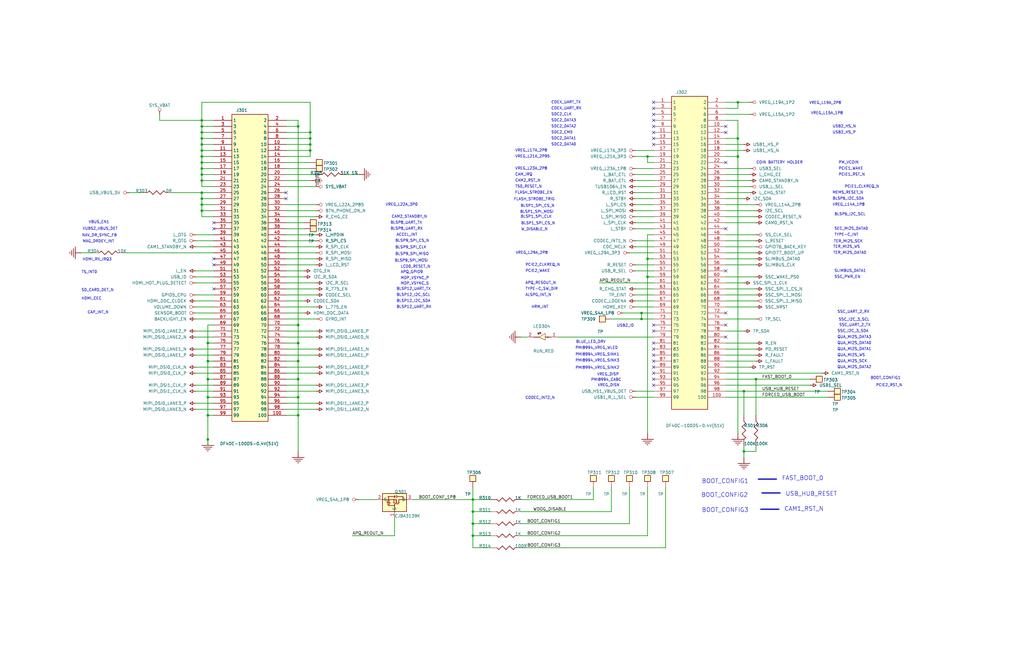
<source format=kicad_sch>
(kicad_sch (version 20211123) (generator eeschema)
  (paper "USLedger")
  (lib_symbols
    (symbol "03_Connector-altium-import:0_DF40C-100DS-0_0.4V(51V)"
      (property "Value" "0_DF40C-100DS-0_0.4V(51V)" (at 0 0 0))
      (symbol "0_DF40C-100DS-0_0.4V(51V)_1_0"
        (pin passive line (at -7.62 -2.54 0) (length 7.62) (name "1") (number "1"))
        (pin passive line (at 22.86 -12.7 180) (length 7.62) (name "10") (number "10"))
        (pin passive line (at 22.86 -127 180) (length 7.62) (name "100") (number "100"))
        (pin passive line (at -7.62 -15.24 0) (length 7.62) (name "11") (number "11"))
        (pin passive line (at 22.86 -15.24 180) (length 7.62) (name "12") (number "12"))
        (pin passive line (at -7.62 -17.78 0) (length 7.62) (name "13") (number "13"))
        (pin passive line (at 22.86 -17.78 180) (length 7.62) (name "14") (number "14"))
        (pin passive line (at -7.62 -20.32 0) (length 7.62) (name "15") (number "15"))
        (pin passive line (at 22.86 -20.32 180) (length 7.62) (name "16") (number "16"))
        (pin passive line (at -7.62 -22.86 0) (length 7.62) (name "17") (number "17"))
        (pin passive line (at 22.86 -22.86 180) (length 7.62) (name "18") (number "18"))
        (pin passive line (at -7.62 -25.4 0) (length 7.62) (name "19") (number "19"))
        (pin passive line (at 22.86 -2.54 180) (length 7.62) (name "2") (number "2"))
        (pin passive line (at 22.86 -25.4 180) (length 7.62) (name "20") (number "20"))
        (pin passive line (at -7.62 -27.94 0) (length 7.62) (name "21") (number "21"))
        (pin passive line (at 22.86 -27.94 180) (length 7.62) (name "22") (number "22"))
        (pin passive line (at -7.62 -30.48 0) (length 7.62) (name "23") (number "23"))
        (pin passive line (at 22.86 -30.48 180) (length 7.62) (name "24") (number "24"))
        (pin passive line (at -7.62 -33.02 0) (length 7.62) (name "25") (number "25"))
        (pin passive line (at 22.86 -33.02 180) (length 7.62) (name "26") (number "26"))
        (pin passive line (at -7.62 -35.56 0) (length 7.62) (name "27") (number "27"))
        (pin passive line (at 22.86 -35.56 180) (length 7.62) (name "28") (number "28"))
        (pin passive line (at -7.62 -38.1 0) (length 7.62) (name "29") (number "29"))
        (pin passive line (at -7.62 -5.08 0) (length 7.62) (name "3") (number "3"))
        (pin passive line (at 22.86 -38.1 180) (length 7.62) (name "30") (number "30"))
        (pin passive line (at -7.62 -40.64 0) (length 7.62) (name "31") (number "31"))
        (pin passive line (at 22.86 -40.64 180) (length 7.62) (name "32") (number "32"))
        (pin passive line (at -7.62 -43.18 0) (length 7.62) (name "33") (number "33"))
        (pin passive line (at 22.86 -43.18 180) (length 7.62) (name "34") (number "34"))
        (pin passive line (at -7.62 -45.72 0) (length 7.62) (name "35") (number "35"))
        (pin passive line (at 22.86 -45.72 180) (length 7.62) (name "36") (number "36"))
        (pin passive line (at -7.62 -48.26 0) (length 7.62) (name "37") (number "37"))
        (pin passive line (at 22.86 -48.26 180) (length 7.62) (name "38") (number "38"))
        (pin passive line (at -7.62 -50.8 0) (length 7.62) (name "39") (number "39"))
        (pin passive line (at 22.86 -5.08 180) (length 7.62) (name "4") (number "4"))
        (pin passive line (at 22.86 -50.8 180) (length 7.62) (name "40") (number "40"))
        (pin passive line (at -7.62 -53.34 0) (length 7.62) (name "41") (number "41"))
        (pin passive line (at 22.86 -53.34 180) (length 7.62) (name "42") (number "42"))
        (pin passive line (at -7.62 -55.88 0) (length 7.62) (name "43") (number "43"))
        (pin passive line (at 22.86 -55.88 180) (length 7.62) (name "44") (number "44"))
        (pin passive line (at -7.62 -58.42 0) (length 7.62) (name "45") (number "45"))
        (pin passive line (at 22.86 -58.42 180) (length 7.62) (name "46") (number "46"))
        (pin passive line (at -7.62 -60.96 0) (length 7.62) (name "47") (number "47"))
        (pin passive line (at 22.86 -60.96 180) (length 7.62) (name "48") (number "48"))
        (pin passive line (at -7.62 -63.5 0) (length 7.62) (name "49") (number "49"))
        (pin passive line (at -7.62 -7.62 0) (length 7.62) (name "5") (number "5"))
        (pin passive line (at 22.86 -63.5 180) (length 7.62) (name "50") (number "50"))
        (pin passive line (at -7.62 -66.04 0) (length 7.62) (name "51") (number "51"))
        (pin passive line (at 22.86 -66.04 180) (length 7.62) (name "52") (number "52"))
        (pin passive line (at -7.62 -68.58 0) (length 7.62) (name "53") (number "53"))
        (pin passive line (at 22.86 -68.58 180) (length 7.62) (name "54") (number "54"))
        (pin passive line (at -7.62 -71.12 0) (length 7.62) (name "55") (number "55"))
        (pin passive line (at 22.86 -71.12 180) (length 7.62) (name "56") (number "56"))
        (pin passive line (at -7.62 -73.66 0) (length 7.62) (name "57") (number "57"))
        (pin passive line (at 22.86 -73.66 180) (length 7.62) (name "58") (number "58"))
        (pin passive line (at -7.62 -76.2 0) (length 7.62) (name "59") (number "59"))
        (pin passive line (at 22.86 -7.62 180) (length 7.62) (name "6") (number "6"))
        (pin passive line (at 22.86 -76.2 180) (length 7.62) (name "60") (number "60"))
        (pin passive line (at -7.62 -78.74 0) (length 7.62) (name "61") (number "61"))
        (pin passive line (at 22.86 -78.74 180) (length 7.62) (name "62") (number "62"))
        (pin passive line (at -7.62 -81.28 0) (length 7.62) (name "63") (number "63"))
        (pin passive line (at 22.86 -81.28 180) (length 7.62) (name "64") (number "64"))
        (pin passive line (at -7.62 -83.82 0) (length 7.62) (name "65") (number "65"))
        (pin passive line (at 22.86 -83.82 180) (length 7.62) (name "66") (number "66"))
        (pin passive line (at -7.62 -86.36 0) (length 7.62) (name "67") (number "67"))
        (pin passive line (at 22.86 -86.36 180) (length 7.62) (name "68") (number "68"))
        (pin passive line (at -7.62 -88.9 0) (length 7.62) (name "69") (number "69"))
        (pin passive line (at -7.62 -10.16 0) (length 7.62) (name "7") (number "7"))
        (pin passive line (at 22.86 -88.9 180) (length 7.62) (name "70") (number "70"))
        (pin passive line (at -7.62 -91.44 0) (length 7.62) (name "71") (number "71"))
        (pin passive line (at 22.86 -91.44 180) (length 7.62) (name "72") (number "72"))
        (pin passive line (at -7.62 -93.98 0) (length 7.62) (name "73") (number "73"))
        (pin passive line (at 22.86 -93.98 180) (length 7.62) (name "74") (number "74"))
        (pin passive line (at -7.62 -96.52 0) (length 7.62) (name "75") (number "75"))
        (pin passive line (at 22.86 -96.52 180) (length 7.62) (name "76") (number "76"))
        (pin passive line (at -7.62 -99.06 0) (length 7.62) (name "77") (number "77"))
        (pin passive line (at 22.86 -99.06 180) (length 7.62) (name "78") (number "78"))
        (pin passive line (at -7.62 -101.6 0) (length 7.62) (name "79") (number "79"))
        (pin passive line (at 22.86 -10.16 180) (length 7.62) (name "8") (number "8"))
        (pin passive line (at 22.86 -101.6 180) (length 7.62) (name "80") (number "80"))
        (pin passive line (at -7.62 -104.14 0) (length 7.62) (name "81") (number "81"))
        (pin passive line (at 22.86 -104.14 180) (length 7.62) (name "82") (number "82"))
        (pin passive line (at -7.62 -106.68 0) (length 7.62) (name "83") (number "83"))
        (pin passive line (at 22.86 -106.68 180) (length 7.62) (name "84") (number "84"))
        (pin passive line (at -7.62 -109.22 0) (length 7.62) (name "85") (number "85"))
        (pin passive line (at 22.86 -109.22 180) (length 7.62) (name "86") (number "86"))
        (pin passive line (at -7.62 -111.76 0) (length 7.62) (name "87") (number "87"))
        (pin passive line (at 22.86 -111.76 180) (length 7.62) (name "88") (number "88"))
        (pin passive line (at -7.62 -114.3 0) (length 7.62) (name "89") (number "89"))
        (pin passive line (at -7.62 -12.7 0) (length 7.62) (name "9") (number "9"))
        (pin passive line (at 22.86 -114.3 180) (length 7.62) (name "90") (number "90"))
        (pin passive line (at -7.62 -116.84 0) (length 7.62) (name "91") (number "91"))
        (pin passive line (at 22.86 -116.84 180) (length 7.62) (name "92") (number "92"))
        (pin passive line (at -7.62 -119.38 0) (length 7.62) (name "93") (number "93"))
        (pin passive line (at 22.86 -119.38 180) (length 7.62) (name "94") (number "94"))
        (pin passive line (at -7.62 -121.92 0) (length 7.62) (name "95") (number "95"))
        (pin passive line (at 22.86 -121.92 180) (length 7.62) (name "96") (number "96"))
        (pin passive line (at -7.62 -124.46 0) (length 7.62) (name "97") (number "97"))
        (pin passive line (at 22.86 -124.46 180) (length 7.62) (name "98") (number "98"))
        (pin passive line (at -7.62 -127 0) (length 7.62) (name "99") (number "99"))
      )
    )
    (symbol "03_Connector-altium-import:0_DF40C-100DS-0_1.4V(51V)"
      (property "Value" "0_DF40C-100DS-0_1.4V(51V)" (at 0 0 0))
      (symbol "0_DF40C-100DS-0_1.4V(51V)_1_0"
        (pin passive line (at -7.62 -2.54 0) (length 7.62) (name "1") (number "1"))
        (pin passive line (at 22.86 -12.7 180) (length 7.62) (name "10") (number "10"))
        (pin passive line (at 22.86 -127 180) (length 7.62) (name "100") (number "100"))
        (pin passive line (at -7.62 -15.24 0) (length 7.62) (name "11") (number "11"))
        (pin passive line (at 22.86 -15.24 180) (length 7.62) (name "12") (number "12"))
        (pin passive line (at -7.62 -17.78 0) (length 7.62) (name "13") (number "13"))
        (pin passive line (at 22.86 -17.78 180) (length 7.62) (name "14") (number "14"))
        (pin passive line (at -7.62 -20.32 0) (length 7.62) (name "15") (number "15"))
        (pin passive line (at 22.86 -20.32 180) (length 7.62) (name "16") (number "16"))
        (pin passive line (at -7.62 -22.86 0) (length 7.62) (name "17") (number "17"))
        (pin passive line (at 22.86 -22.86 180) (length 7.62) (name "18") (number "18"))
        (pin passive line (at -7.62 -25.4 0) (length 7.62) (name "19") (number "19"))
        (pin passive line (at 22.86 -2.54 180) (length 7.62) (name "2") (number "2"))
        (pin passive line (at 22.86 -25.4 180) (length 7.62) (name "20") (number "20"))
        (pin passive line (at -7.62 -27.94 0) (length 7.62) (name "21") (number "21"))
        (pin passive line (at 22.86 -27.94 180) (length 7.62) (name "22") (number "22"))
        (pin passive line (at -7.62 -30.48 0) (length 7.62) (name "23") (number "23"))
        (pin passive line (at 22.86 -30.48 180) (length 7.62) (name "24") (number "24"))
        (pin passive line (at -7.62 -33.02 0) (length 7.62) (name "25") (number "25"))
        (pin passive line (at 22.86 -33.02 180) (length 7.62) (name "26") (number "26"))
        (pin passive line (at -7.62 -35.56 0) (length 7.62) (name "27") (number "27"))
        (pin passive line (at 22.86 -35.56 180) (length 7.62) (name "28") (number "28"))
        (pin passive line (at -7.62 -38.1 0) (length 7.62) (name "29") (number "29"))
        (pin passive line (at -7.62 -5.08 0) (length 7.62) (name "3") (number "3"))
        (pin passive line (at 22.86 -38.1 180) (length 7.62) (name "30") (number "30"))
        (pin passive line (at -7.62 -40.64 0) (length 7.62) (name "31") (number "31"))
        (pin passive line (at 22.86 -40.64 180) (length 7.62) (name "32") (number "32"))
        (pin passive line (at -7.62 -43.18 0) (length 7.62) (name "33") (number "33"))
        (pin passive line (at 22.86 -43.18 180) (length 7.62) (name "34") (number "34"))
        (pin passive line (at -7.62 -45.72 0) (length 7.62) (name "35") (number "35"))
        (pin passive line (at 22.86 -45.72 180) (length 7.62) (name "36") (number "36"))
        (pin passive line (at -7.62 -48.26 0) (length 7.62) (name "37") (number "37"))
        (pin passive line (at 22.86 -48.26 180) (length 7.62) (name "38") (number "38"))
        (pin passive line (at -7.62 -50.8 0) (length 7.62) (name "39") (number "39"))
        (pin passive line (at 22.86 -5.08 180) (length 7.62) (name "4") (number "4"))
        (pin passive line (at 22.86 -50.8 180) (length 7.62) (name "40") (number "40"))
        (pin passive line (at -7.62 -53.34 0) (length 7.62) (name "41") (number "41"))
        (pin passive line (at 22.86 -53.34 180) (length 7.62) (name "42") (number "42"))
        (pin passive line (at -7.62 -55.88 0) (length 7.62) (name "43") (number "43"))
        (pin passive line (at 22.86 -55.88 180) (length 7.62) (name "44") (number "44"))
        (pin passive line (at -7.62 -58.42 0) (length 7.62) (name "45") (number "45"))
        (pin passive line (at 22.86 -58.42 180) (length 7.62) (name "46") (number "46"))
        (pin passive line (at -7.62 -60.96 0) (length 7.62) (name "47") (number "47"))
        (pin passive line (at 22.86 -60.96 180) (length 7.62) (name "48") (number "48"))
        (pin passive line (at -7.62 -63.5 0) (length 7.62) (name "49") (number "49"))
        (pin passive line (at -7.62 -7.62 0) (length 7.62) (name "5") (number "5"))
        (pin passive line (at 22.86 -63.5 180) (length 7.62) (name "50") (number "50"))
        (pin passive line (at -7.62 -66.04 0) (length 7.62) (name "51") (number "51"))
        (pin passive line (at 22.86 -66.04 180) (length 7.62) (name "52") (number "52"))
        (pin passive line (at -7.62 -68.58 0) (length 7.62) (name "53") (number "53"))
        (pin passive line (at 22.86 -68.58 180) (length 7.62) (name "54") (number "54"))
        (pin passive line (at -7.62 -71.12 0) (length 7.62) (name "55") (number "55"))
        (pin passive line (at 22.86 -71.12 180) (length 7.62) (name "56") (number "56"))
        (pin passive line (at -7.62 -73.66 0) (length 7.62) (name "57") (number "57"))
        (pin passive line (at 22.86 -73.66 180) (length 7.62) (name "58") (number "58"))
        (pin passive line (at -7.62 -76.2 0) (length 7.62) (name "59") (number "59"))
        (pin passive line (at 22.86 -7.62 180) (length 7.62) (name "6") (number "6"))
        (pin passive line (at 22.86 -76.2 180) (length 7.62) (name "60") (number "60"))
        (pin passive line (at -7.62 -78.74 0) (length 7.62) (name "61") (number "61"))
        (pin passive line (at 22.86 -78.74 180) (length 7.62) (name "62") (number "62"))
        (pin passive line (at -7.62 -81.28 0) (length 7.62) (name "63") (number "63"))
        (pin passive line (at 22.86 -81.28 180) (length 7.62) (name "64") (number "64"))
        (pin passive line (at -7.62 -83.82 0) (length 7.62) (name "65") (number "65"))
        (pin passive line (at 22.86 -83.82 180) (length 7.62) (name "66") (number "66"))
        (pin passive line (at -7.62 -86.36 0) (length 7.62) (name "67") (number "67"))
        (pin passive line (at 22.86 -86.36 180) (length 7.62) (name "68") (number "68"))
        (pin passive line (at -7.62 -88.9 0) (length 7.62) (name "69") (number "69"))
        (pin passive line (at -7.62 -10.16 0) (length 7.62) (name "7") (number "7"))
        (pin passive line (at 22.86 -88.9 180) (length 7.62) (name "70") (number "70"))
        (pin passive line (at -7.62 -91.44 0) (length 7.62) (name "71") (number "71"))
        (pin passive line (at 22.86 -91.44 180) (length 7.62) (name "72") (number "72"))
        (pin passive line (at -7.62 -93.98 0) (length 7.62) (name "73") (number "73"))
        (pin passive line (at 22.86 -93.98 180) (length 7.62) (name "74") (number "74"))
        (pin passive line (at -7.62 -96.52 0) (length 7.62) (name "75") (number "75"))
        (pin passive line (at 22.86 -96.52 180) (length 7.62) (name "76") (number "76"))
        (pin passive line (at -7.62 -99.06 0) (length 7.62) (name "77") (number "77"))
        (pin passive line (at 22.86 -99.06 180) (length 7.62) (name "78") (number "78"))
        (pin passive line (at -7.62 -101.6 0) (length 7.62) (name "79") (number "79"))
        (pin passive line (at 22.86 -10.16 180) (length 7.62) (name "8") (number "8"))
        (pin passive line (at 22.86 -101.6 180) (length 7.62) (name "80") (number "80"))
        (pin passive line (at -7.62 -104.14 0) (length 7.62) (name "81") (number "81"))
        (pin passive line (at 22.86 -104.14 180) (length 7.62) (name "82") (number "82"))
        (pin passive line (at -7.62 -106.68 0) (length 7.62) (name "83") (number "83"))
        (pin passive line (at 22.86 -106.68 180) (length 7.62) (name "84") (number "84"))
        (pin passive line (at -7.62 -109.22 0) (length 7.62) (name "85") (number "85"))
        (pin passive line (at 22.86 -109.22 180) (length 7.62) (name "86") (number "86"))
        (pin passive line (at -7.62 -111.76 0) (length 7.62) (name "87") (number "87"))
        (pin passive line (at 22.86 -111.76 180) (length 7.62) (name "88") (number "88"))
        (pin passive line (at -7.62 -114.3 0) (length 7.62) (name "89") (number "89"))
        (pin passive line (at -7.62 -12.7 0) (length 7.62) (name "9") (number "9"))
        (pin passive line (at 22.86 -114.3 180) (length 7.62) (name "90") (number "90"))
        (pin passive line (at -7.62 -116.84 0) (length 7.62) (name "91") (number "91"))
        (pin passive line (at 22.86 -116.84 180) (length 7.62) (name "92") (number "92"))
        (pin passive line (at -7.62 -119.38 0) (length 7.62) (name "93") (number "93"))
        (pin passive line (at 22.86 -119.38 180) (length 7.62) (name "94") (number "94"))
        (pin passive line (at -7.62 -121.92 0) (length 7.62) (name "95") (number "95"))
        (pin passive line (at 22.86 -121.92 180) (length 7.62) (name "96") (number "96"))
        (pin passive line (at -7.62 -124.46 0) (length 7.62) (name "97") (number "97"))
        (pin passive line (at 22.86 -124.46 180) (length 7.62) (name "98") (number "98"))
        (pin passive line (at -7.62 -127 0) (length 7.62) (name "99") (number "99"))
      )
    )
    (symbol "03_Connector-altium-import:0_R"
      (property "Value" "0_R" (at 0 0 0))
      (symbol "0_R_1_0"
        (pin passive line (at 2.54 2.54 270) (length 2.54) (name "1") (number "1"))
        (pin passive line (at 2.54 -10.16 90) (length 2.54) (name "2") (number "2"))
      )
    )
    (symbol "03_Connector-altium-import:0_T POINT S"
      (property "Value" "0_T POINT S" (at 0 0 0))
      (symbol "0_T POINT S_1_0"
        (pin passive line (at 5.08 -2.54 180) (length 2.54) (name "TP") (number "1"))
      )
    )
    (symbol "03_Connector-altium-import:1_R"
      (property "Value" "1_R" (at 0 0 0))
      (symbol "1_R_1_0"
        (pin passive line (at -2.54 2.54 0) (length 2.54) (name "1") (number "1"))
        (pin passive line (at 10.16 2.54 180) (length 2.54) (name "2") (number "2"))
      )
    )
    (symbol "03_Connector-altium-import:1_mirrored_TPM2008P3_0"
      (property "Value" "1_mirrored_TPM2008P3_0" (at 0 0 0))
      (symbol "1_mirrored_TPM2008P3_0_1_0"
        (pin passive line (at -5.08 -2.54 90) (length 2.54) (name "G") (number "1"))
        (pin passive line (at -12.7 5.08 0) (length 2.54) (name "S") (number "2"))
        (pin passive line (at 2.54 5.08 180) (length 2.54) (name "D") (number "3"))
      )
    )
    (symbol "03_Connector-altium-import:2_T POINT S"
      (property "Value" "2_T POINT S" (at 0 0 0))
      (symbol "2_T POINT S_1_0"
        (pin passive line (at -5.08 2.54 0) (length 2.54) (name "TP") (number "1"))
      )
    )
    (symbol "03_Connector-altium-import:3_LED_0"
      (property "Value" "3_LED_0" (at 0 0 0))
      (symbol "3_LED_0_1_0"
        (pin passive line (at 2.54 -2.54 180) (length 2.54) (name "+") (number "1"))
        (pin passive line (at -10.16 -2.54 0) (length 2.54) (name "-") (number "2"))
      )
    )
    (symbol "03_Connector-altium-import:3_R"
      (property "Value" "3_R" (at 0 0 0))
      (symbol "3_R_1_0"
        (pin passive line (at 2.54 -2.54 180) (length 2.54) (name "1") (number "1"))
        (pin passive line (at -10.16 -2.54 0) (length 2.54) (name "2") (number "2"))
      )
    )
    (symbol "03_Connector-altium-import:3_T POINT S"
      (property "Value" "3_T POINT S" (at 0 0 0))
      (symbol "3_T POINT S_1_0"
        (pin passive line (at -2.54 -5.08 90) (length 2.54) (name "TP") (number "1"))
      )
    )
    (symbol "03_Connector-altium-import:BACKLIGHT_EN" (power)
      (property "Reference" "#PWR" (at 0 0 0))
      (property "Value" "BACKLIGHT_EN" (at 0 3.81 0))
      (symbol "BACKLIGHT_EN_0_0"
        (pin power_in line (at 0 0 0) (length 0) hide (name "BACKLIGHT_EN") (number ""))
      )
    )
    (symbol "03_Connector-altium-import:BTN_PHONE_ON_N" (power)
      (property "Reference" "#PWR" (at 0 0 0))
      (property "Value" "BTN_PHONE_ON_N" (at 0 3.81 0))
      (symbol "BTN_PHONE_ON_N_0_0"
        (pin power_in line (at 0 0 0) (length 0) hide (name "BTN_PHONE_ON_N") (number ""))
      )
    )
    (symbol "03_Connector-altium-import:CAM0_RST_N" (power)
      (property "Reference" "#PWR" (at 0 0 0))
      (property "Value" "CAM0_RST_N" (at 0 3.81 0))
      (symbol "CAM0_RST_N_0_0"
        (pin power_in line (at 0 0 0) (length 0) hide (name "CAM0_RST_N") (number ""))
      )
    )
    (symbol "03_Connector-altium-import:CAM0_STANDBY_N" (power)
      (property "Reference" "#PWR" (at 0 0 0))
      (property "Value" "CAM0_STANDBY_N" (at 0 3.81 0))
      (symbol "CAM0_STANDBY_N_0_0"
        (pin power_in line (at 0 0 0) (length 0) hide (name "CAM0_STANDBY_N") (number ""))
      )
    )
    (symbol "03_Connector-altium-import:CAM1_RST_N" (power)
      (property "Reference" "#PWR" (at 0 0 0))
      (property "Value" "CAM1_RST_N" (at 0 3.81 0))
      (symbol "CAM1_RST_N_0_0"
        (pin power_in line (at 0 0 0) (length 0) hide (name "CAM1_RST_N") (number ""))
      )
    )
    (symbol "03_Connector-altium-import:CAM1_STANDBY_N" (power)
      (property "Reference" "#PWR" (at 0 0 0))
      (property "Value" "CAM1_STANDBY_N" (at 0 3.81 0))
      (symbol "CAM1_STANDBY_N_0_0"
        (pin power_in line (at 0 0 0) (length 0) hide (name "CAM1_STANDBY_N") (number ""))
      )
    )
    (symbol "03_Connector-altium-import:CDC_MCLK" (power)
      (property "Reference" "#PWR" (at 0 0 0))
      (property "Value" "CDC_MCLK" (at 0 3.81 0))
      (symbol "CDC_MCLK_0_0"
        (pin power_in line (at 0 0 0) (length 0) hide (name "CDC_MCLK") (number ""))
      )
    )
    (symbol "03_Connector-altium-import:CODEC_INT1_N" (power)
      (property "Reference" "#PWR" (at 0 0 0))
      (property "Value" "CODEC_INT1_N" (at 0 3.81 0))
      (symbol "CODEC_INT1_N_0_0"
        (pin power_in line (at 0 0 0) (length 0) hide (name "CODEC_INT1_N") (number ""))
      )
    )
    (symbol "03_Connector-altium-import:CODEC_LDOENA" (power)
      (property "Reference" "#PWR" (at 0 0 0))
      (property "Value" "CODEC_LDOENA" (at 0 3.81 0))
      (symbol "CODEC_LDOENA_0_0"
        (pin power_in line (at 0 0 0) (length 0) hide (name "CODEC_LDOENA") (number ""))
      )
    )
    (symbol "03_Connector-altium-import:CODEC_RESET_N" (power)
      (property "Reference" "#PWR" (at 0 0 0))
      (property "Value" "CODEC_RESET_N" (at 0 3.81 0))
      (symbol "CODEC_RESET_N_0_0"
        (pin power_in line (at 0 0 0) (length 0) hide (name "CODEC_RESET_N") (number ""))
      )
    )
    (symbol "03_Connector-altium-import:CODEC_SCL" (power)
      (property "Reference" "#PWR" (at 0 0 0))
      (property "Value" "CODEC_SCL" (at 0 3.81 0))
      (symbol "CODEC_SCL_0_0"
        (pin power_in line (at 0 0 0) (length 0) hide (name "CODEC_SCL") (number ""))
      )
    )
    (symbol "03_Connector-altium-import:CODEC_SDA" (power)
      (property "Reference" "#PWR" (at 0 0 0))
      (property "Value" "CODEC_SDA" (at 0 3.81 0))
      (symbol "CODEC_SDA_0_0"
        (pin power_in line (at 0 0 0) (length 0) hide (name "CODEC_SDA") (number ""))
      )
    )
    (symbol "03_Connector-altium-import:GND" (power)
      (property "Reference" "#PWR" (at 0 0 0))
      (property "Value" "GND" (at 0 6.35 0))
      (symbol "GND_0_0"
        (pin power_in line (at 0 0 0) (length 0) hide (name "GND") (number ""))
      )
    )
    (symbol "03_Connector-altium-import:GPIO5_CPU" (power)
      (property "Reference" "#PWR" (at 0 0 0))
      (property "Value" "GPIO5_CPU" (at 0 3.81 0))
      (symbol "GPIO5_CPU_0_0"
        (pin power_in line (at 0 0 0) (length 0) hide (name "GPIO5_CPU") (number ""))
      )
    )
    (symbol "03_Connector-altium-import:GPIO76_BACK_KEY" (power)
      (property "Reference" "#PWR" (at 0 0 0))
      (property "Value" "GPIO76_BACK_KEY" (at 0 3.81 0))
      (symbol "GPIO76_BACK_KEY_0_0"
        (pin power_in line (at 0 0 0) (length 0) hide (name "GPIO76_BACK_KEY") (number ""))
      )
    )
    (symbol "03_Connector-altium-import:GPIO77_BOOT_UP" (power)
      (property "Reference" "#PWR" (at 0 0 0))
      (property "Value" "GPIO77_BOOT_UP" (at 0 3.81 0))
      (symbol "GPIO77_BOOT_UP_0_0"
        (pin power_in line (at 0 0 0) (length 0) hide (name "GPIO77_BOOT_UP") (number ""))
      )
    )
    (symbol "03_Connector-altium-import:GYRO_INT" (power)
      (property "Reference" "#PWR" (at 0 0 0))
      (property "Value" "GYRO_INT" (at 0 3.81 0))
      (symbol "GYRO_INT_0_0"
        (pin power_in line (at 0 0 0) (length 0) hide (name "GYRO_INT") (number ""))
      )
    )
    (symbol "03_Connector-altium-import:HDMI_DDC_CLOCK" (power)
      (property "Reference" "#PWR" (at 0 0 0))
      (property "Value" "HDMI_DDC_CLOCK" (at 0 3.81 0))
      (symbol "HDMI_DDC_CLOCK_0_0"
        (pin power_in line (at 0 0 0) (length 0) hide (name "HDMI_DDC_CLOCK") (number ""))
      )
    )
    (symbol "03_Connector-altium-import:HDMI_DDC_DATA" (power)
      (property "Reference" "#PWR" (at 0 0 0))
      (property "Value" "HDMI_DDC_DATA" (at 0 3.81 0))
      (symbol "HDMI_DDC_DATA_0_0"
        (pin power_in line (at 0 0 0) (length 0) hide (name "HDMI_DDC_DATA") (number ""))
      )
    )
    (symbol "03_Connector-altium-import:HDMI_HOT_PLUG_DETECT" (power)
      (property "Reference" "#PWR" (at 0 0 0))
      (property "Value" "HDMI_HOT_PLUG_DETECT" (at 0 3.81 0))
      (symbol "HDMI_HOT_PLUG_DETECT_0_0"
        (pin power_in line (at 0 0 0) (length 0) hide (name "HDMI_HOT_PLUG_DETECT") (number ""))
      )
    )
    (symbol "03_Connector-altium-import:HOME_KEY" (power)
      (property "Reference" "#PWR" (at 0 0 0))
      (property "Value" "HOME_KEY" (at 0 3.81 0))
      (symbol "HOME_KEY_0_0"
        (pin power_in line (at 0 0 0) (length 0) hide (name "HOME_KEY") (number ""))
      )
    )
    (symbol "03_Connector-altium-import:I2C_R_SCL" (power)
      (property "Reference" "#PWR" (at 0 0 0))
      (property "Value" "I2C_R_SCL" (at 0 3.81 0))
      (symbol "I2C_R_SCL_0_0"
        (pin power_in line (at 0 0 0) (length 0) hide (name "I2C_R_SCL") (number ""))
      )
    )
    (symbol "03_Connector-altium-import:I2C_R_SDA" (power)
      (property "Reference" "#PWR" (at 0 0 0))
      (property "Value" "I2C_R_SDA" (at 0 3.81 0))
      (symbol "I2C_R_SDA_0_0"
        (pin power_in line (at 0 0 0) (length 0) hide (name "I2C_R_SDA") (number ""))
      )
    )
    (symbol "03_Connector-altium-import:I2C_SCL" (power)
      (property "Reference" "#PWR" (at 0 0 0))
      (property "Value" "I2C_SCL" (at 0 3.81 0))
      (symbol "I2C_SCL_0_0"
        (pin power_in line (at 0 0 0) (length 0) hide (name "I2C_SCL") (number ""))
      )
    )
    (symbol "03_Connector-altium-import:I2C_SDA" (power)
      (property "Reference" "#PWR" (at 0 0 0))
      (property "Value" "I2C_SDA" (at 0 3.81 0))
      (symbol "I2C_SDA_0_0"
        (pin power_in line (at 0 0 0) (length 0) hide (name "I2C_SDA") (number ""))
      )
    )
    (symbol "03_Connector-altium-import:L_775_EN" (power)
      (property "Reference" "#PWR" (at 0 0 0))
      (property "Value" "L_775_EN" (at 0 3.81 0))
      (symbol "L_775_EN_0_0"
        (pin power_in line (at 0 0 0) (length 0) hide (name "L_775_EN") (number ""))
      )
    )
    (symbol "03_Connector-altium-import:L_BAT_CTL" (power)
      (property "Reference" "#PWR" (at 0 0 0))
      (property "Value" "L_BAT_CTL" (at 0 3.81 0))
      (symbol "L_BAT_CTL_0_0"
        (pin power_in line (at 0 0 0) (length 0) hide (name "L_BAT_CTL") (number ""))
      )
    )
    (symbol "03_Connector-altium-import:L_CHG_CE" (power)
      (property "Reference" "#PWR" (at 0 0 0))
      (property "Value" "L_CHG_CE" (at 0 3.81 0))
      (symbol "L_CHG_CE_0_0"
        (pin power_in line (at 0 0 0) (length 0) hide (name "L_CHG_CE") (number ""))
      )
    )
    (symbol "03_Connector-altium-import:L_CHG_STAT" (power)
      (property "Reference" "#PWR" (at 0 0 0))
      (property "Value" "L_CHG_STAT" (at 0 3.81 0))
      (symbol "L_CHG_STAT_0_0"
        (pin power_in line (at 0 0 0) (length 0) hide (name "L_CHG_STAT") (number ""))
      )
    )
    (symbol "03_Connector-altium-import:L_EN" (power)
      (property "Reference" "#PWR" (at 0 0 0))
      (property "Value" "L_EN" (at 0 3.81 0))
      (symbol "L_EN_0_0"
        (pin power_in line (at 0 0 0) (length 0) hide (name "L_EN") (number ""))
      )
    )
    (symbol "03_Connector-altium-import:L_FAULT" (power)
      (property "Reference" "#PWR" (at 0 0 0))
      (property "Value" "L_FAULT" (at 0 3.81 0))
      (symbol "L_FAULT_0_0"
        (pin power_in line (at 0 0 0) (length 0) hide (name "L_FAULT") (number ""))
      )
    )
    (symbol "03_Connector-altium-import:L_HPDIN" (power)
      (property "Reference" "#PWR" (at 0 0 0))
      (property "Value" "L_HPDIN" (at 0 3.81 0))
      (symbol "L_HPDIN_0_0"
        (pin power_in line (at 0 0 0) (length 0) hide (name "L_HPDIN") (number ""))
      )
    )
    (symbol "03_Connector-altium-import:L_LCD_RST" (power)
      (property "Reference" "#PWR" (at 0 0 0))
      (property "Value" "L_LCD_RST" (at 0 3.81 0))
      (symbol "L_LCD_RST_0_0"
        (pin power_in line (at 0 0 0) (length 0) hide (name "L_LCD_RST") (number ""))
      )
    )
    (symbol "03_Connector-altium-import:L_OTG" (power)
      (property "Reference" "#PWR" (at 0 0 0))
      (property "Value" "L_OTG" (at 0 3.81 0))
      (symbol "L_OTG_0_0"
        (pin power_in line (at 0 0 0) (length 0) hide (name "L_OTG") (number ""))
      )
    )
    (symbol "03_Connector-altium-import:L_RESET" (power)
      (property "Reference" "#PWR" (at 0 0 0))
      (property "Value" "L_RESET" (at 0 3.81 0))
      (symbol "L_RESET_0_0"
        (pin power_in line (at 0 0 0) (length 0) hide (name "L_RESET") (number ""))
      )
    )
    (symbol "03_Connector-altium-import:L_SPI_CLK" (power)
      (property "Reference" "#PWR" (at 0 0 0))
      (property "Value" "L_SPI_CLK" (at 0 3.81 0))
      (symbol "L_SPI_CLK_0_0"
        (pin power_in line (at 0 0 0) (length 0) hide (name "L_SPI_CLK") (number ""))
      )
    )
    (symbol "03_Connector-altium-import:L_SPI_CS" (power)
      (property "Reference" "#PWR" (at 0 0 0))
      (property "Value" "L_SPI_CS" (at 0 3.81 0))
      (symbol "L_SPI_CS_0_0"
        (pin power_in line (at 0 0 0) (length 0) hide (name "L_SPI_CS") (number ""))
      )
    )
    (symbol "03_Connector-altium-import:L_SPI_MISO" (power)
      (property "Reference" "#PWR" (at 0 0 0))
      (property "Value" "L_SPI_MISO" (at 0 3.81 0))
      (symbol "L_SPI_MISO_0_0"
        (pin power_in line (at 0 0 0) (length 0) hide (name "L_SPI_MISO") (number ""))
      )
    )
    (symbol "03_Connector-altium-import:L_SPI_MOSI" (power)
      (property "Reference" "#PWR" (at 0 0 0))
      (property "Value" "L_SPI_MOSI" (at 0 3.81 0))
      (symbol "L_SPI_MOSI_0_0"
        (pin power_in line (at 0 0 0) (length 0) hide (name "L_SPI_MOSI") (number ""))
      )
    )
    (symbol "03_Connector-altium-import:L_STBY" (power)
      (property "Reference" "#PWR" (at 0 0 0))
      (property "Value" "L_STBY" (at 0 3.81 0))
      (symbol "L_STBY_0_0"
        (pin power_in line (at 0 0 0) (length 0) hide (name "L_STBY") (number ""))
      )
    )
    (symbol "03_Connector-altium-import:MIPI_DSI0_CLK_N" (power)
      (property "Reference" "#PWR" (at 0 0 0))
      (property "Value" "MIPI_DSI0_CLK_N" (at 0 3.81 0))
      (symbol "MIPI_DSI0_CLK_N_0_0"
        (pin power_in line (at 0 0 0) (length 0) hide (name "MIPI_DSI0_CLK_N") (number ""))
      )
    )
    (symbol "03_Connector-altium-import:MIPI_DSI0_CLK_P" (power)
      (property "Reference" "#PWR" (at 0 0 0))
      (property "Value" "MIPI_DSI0_CLK_P" (at 0 3.81 0))
      (symbol "MIPI_DSI0_CLK_P_0_0"
        (pin power_in line (at 0 0 0) (length 0) hide (name "MIPI_DSI0_CLK_P") (number ""))
      )
    )
    (symbol "03_Connector-altium-import:MIPI_DSI0_LANE0_N" (power)
      (property "Reference" "#PWR" (at 0 0 0))
      (property "Value" "MIPI_DSI0_LANE0_N" (at 0 3.81 0))
      (symbol "MIPI_DSI0_LANE0_N_0_0"
        (pin power_in line (at 0 0 0) (length 0) hide (name "MIPI_DSI0_LANE0_N") (number ""))
      )
    )
    (symbol "03_Connector-altium-import:MIPI_DSI0_LANE0_P" (power)
      (property "Reference" "#PWR" (at 0 0 0))
      (property "Value" "MIPI_DSI0_LANE0_P" (at 0 3.81 0))
      (symbol "MIPI_DSI0_LANE0_P_0_0"
        (pin power_in line (at 0 0 0) (length 0) hide (name "MIPI_DSI0_LANE0_P") (number ""))
      )
    )
    (symbol "03_Connector-altium-import:MIPI_DSI0_LANE1_N" (power)
      (property "Reference" "#PWR" (at 0 0 0))
      (property "Value" "MIPI_DSI0_LANE1_N" (at 0 3.81 0))
      (symbol "MIPI_DSI0_LANE1_N_0_0"
        (pin power_in line (at 0 0 0) (length 0) hide (name "MIPI_DSI0_LANE1_N") (number ""))
      )
    )
    (symbol "03_Connector-altium-import:MIPI_DSI0_LANE1_P" (power)
      (property "Reference" "#PWR" (at 0 0 0))
      (property "Value" "MIPI_DSI0_LANE1_P" (at 0 3.81 0))
      (symbol "MIPI_DSI0_LANE1_P_0_0"
        (pin power_in line (at 0 0 0) (length 0) hide (name "MIPI_DSI0_LANE1_P") (number ""))
      )
    )
    (symbol "03_Connector-altium-import:MIPI_DSI0_LANE2_N" (power)
      (property "Reference" "#PWR" (at 0 0 0))
      (property "Value" "MIPI_DSI0_LANE2_N" (at 0 3.81 0))
      (symbol "MIPI_DSI0_LANE2_N_0_0"
        (pin power_in line (at 0 0 0) (length 0) hide (name "MIPI_DSI0_LANE2_N") (number ""))
      )
    )
    (symbol "03_Connector-altium-import:MIPI_DSI0_LANE2_P" (power)
      (property "Reference" "#PWR" (at 0 0 0))
      (property "Value" "MIPI_DSI0_LANE2_P" (at 0 3.81 0))
      (symbol "MIPI_DSI0_LANE2_P_0_0"
        (pin power_in line (at 0 0 0) (length 0) hide (name "MIPI_DSI0_LANE2_P") (number ""))
      )
    )
    (symbol "03_Connector-altium-import:MIPI_DSI0_LANE3_N" (power)
      (property "Reference" "#PWR" (at 0 0 0))
      (property "Value" "MIPI_DSI0_LANE3_N" (at 0 3.81 0))
      (symbol "MIPI_DSI0_LANE3_N_0_0"
        (pin power_in line (at 0 0 0) (length 0) hide (name "MIPI_DSI0_LANE3_N") (number ""))
      )
    )
    (symbol "03_Connector-altium-import:MIPI_DSI0_LANE3_P" (power)
      (property "Reference" "#PWR" (at 0 0 0))
      (property "Value" "MIPI_DSI0_LANE3_P" (at 0 3.81 0))
      (symbol "MIPI_DSI0_LANE3_P_0_0"
        (pin power_in line (at 0 0 0) (length 0) hide (name "MIPI_DSI0_LANE3_P") (number ""))
      )
    )
    (symbol "03_Connector-altium-import:MIPI_DSI1_CLK_N" (power)
      (property "Reference" "#PWR" (at 0 0 0))
      (property "Value" "MIPI_DSI1_CLK_N" (at 0 3.81 0))
      (symbol "MIPI_DSI1_CLK_N_0_0"
        (pin power_in line (at 0 0 0) (length 0) hide (name "MIPI_DSI1_CLK_N") (number ""))
      )
    )
    (symbol "03_Connector-altium-import:MIPI_DSI1_CLK_P" (power)
      (property "Reference" "#PWR" (at 0 0 0))
      (property "Value" "MIPI_DSI1_CLK_P" (at 0 3.81 0))
      (symbol "MIPI_DSI1_CLK_P_0_0"
        (pin power_in line (at 0 0 0) (length 0) hide (name "MIPI_DSI1_CLK_P") (number ""))
      )
    )
    (symbol "03_Connector-altium-import:MIPI_DSI1_LANE0_N" (power)
      (property "Reference" "#PWR" (at 0 0 0))
      (property "Value" "MIPI_DSI1_LANE0_N" (at 0 3.81 0))
      (symbol "MIPI_DSI1_LANE0_N_0_0"
        (pin power_in line (at 0 0 0) (length 0) hide (name "MIPI_DSI1_LANE0_N") (number ""))
      )
    )
    (symbol "03_Connector-altium-import:MIPI_DSI1_LANE0_P" (power)
      (property "Reference" "#PWR" (at 0 0 0))
      (property "Value" "MIPI_DSI1_LANE0_P" (at 0 3.81 0))
      (symbol "MIPI_DSI1_LANE0_P_0_0"
        (pin power_in line (at 0 0 0) (length 0) hide (name "MIPI_DSI1_LANE0_P") (number ""))
      )
    )
    (symbol "03_Connector-altium-import:MIPI_DSI1_LANE1_N" (power)
      (property "Reference" "#PWR" (at 0 0 0))
      (property "Value" "MIPI_DSI1_LANE1_N" (at 0 3.81 0))
      (symbol "MIPI_DSI1_LANE1_N_0_0"
        (pin power_in line (at 0 0 0) (length 0) hide (name "MIPI_DSI1_LANE1_N") (number ""))
      )
    )
    (symbol "03_Connector-altium-import:MIPI_DSI1_LANE1_P" (power)
      (property "Reference" "#PWR" (at 0 0 0))
      (property "Value" "MIPI_DSI1_LANE1_P" (at 0 3.81 0))
      (symbol "MIPI_DSI1_LANE1_P_0_0"
        (pin power_in line (at 0 0 0) (length 0) hide (name "MIPI_DSI1_LANE1_P") (number ""))
      )
    )
    (symbol "03_Connector-altium-import:MIPI_DSI1_LANE2_N" (power)
      (property "Reference" "#PWR" (at 0 0 0))
      (property "Value" "MIPI_DSI1_LANE2_N" (at 0 3.81 0))
      (symbol "MIPI_DSI1_LANE2_N_0_0"
        (pin power_in line (at 0 0 0) (length 0) hide (name "MIPI_DSI1_LANE2_N") (number ""))
      )
    )
    (symbol "03_Connector-altium-import:MIPI_DSI1_LANE2_P" (power)
      (property "Reference" "#PWR" (at 0 0 0))
      (property "Value" "MIPI_DSI1_LANE2_P" (at 0 3.81 0))
      (symbol "MIPI_DSI1_LANE2_P_0_0"
        (pin power_in line (at 0 0 0) (length 0) hide (name "MIPI_DSI1_LANE2_P") (number ""))
      )
    )
    (symbol "03_Connector-altium-import:MIPI_DSI1_LANE3_N" (power)
      (property "Reference" "#PWR" (at 0 0 0))
      (property "Value" "MIPI_DSI1_LANE3_N" (at 0 3.81 0))
      (symbol "MIPI_DSI1_LANE3_N_0_0"
        (pin power_in line (at 0 0 0) (length 0) hide (name "MIPI_DSI1_LANE3_N") (number ""))
      )
    )
    (symbol "03_Connector-altium-import:MIPI_DSI1_LANE3_P" (power)
      (property "Reference" "#PWR" (at 0 0 0))
      (property "Value" "MIPI_DSI1_LANE3_P" (at 0 3.81 0))
      (symbol "MIPI_DSI1_LANE3_P_0_0"
        (pin power_in line (at 0 0 0) (length 0) hide (name "MIPI_DSI1_LANE3_P") (number ""))
      )
    )
    (symbol "03_Connector-altium-import:OTG_EN" (power)
      (property "Reference" "#PWR" (at 0 0 0))
      (property "Value" "OTG_EN" (at 0 3.81 0))
      (symbol "OTG_EN_0_0"
        (pin power_in line (at 0 0 0) (length 0) hide (name "OTG_EN") (number ""))
      )
    )
    (symbol "03_Connector-altium-import:PD_RESET" (power)
      (property "Reference" "#PWR" (at 0 0 0))
      (property "Value" "PD_RESET" (at 0 3.81 0))
      (symbol "PD_RESET_0_0"
        (pin power_in line (at 0 0 0) (length 0) hide (name "PD_RESET") (number ""))
      )
    )
    (symbol "03_Connector-altium-import:R_775_EN" (power)
      (property "Reference" "#PWR" (at 0 0 0))
      (property "Value" "R_775_EN" (at 0 3.81 0))
      (symbol "R_775_EN_0_0"
        (pin power_in line (at 0 0 0) (length 0) hide (name "R_775_EN") (number ""))
      )
    )
    (symbol "03_Connector-altium-import:R_BAT_CTL" (power)
      (property "Reference" "#PWR" (at 0 0 0))
      (property "Value" "R_BAT_CTL" (at 0 3.81 0))
      (symbol "R_BAT_CTL_0_0"
        (pin power_in line (at 0 0 0) (length 0) hide (name "R_BAT_CTL") (number ""))
      )
    )
    (symbol "03_Connector-altium-import:R_CHG_CE" (power)
      (property "Reference" "#PWR" (at 0 0 0))
      (property "Value" "R_CHG_CE" (at 0 3.81 0))
      (symbol "R_CHG_CE_0_0"
        (pin power_in line (at 0 0 0) (length 0) hide (name "R_CHG_CE") (number ""))
      )
    )
    (symbol "03_Connector-altium-import:R_CHG_STAT" (power)
      (property "Reference" "#PWR" (at 0 0 0))
      (property "Value" "R_CHG_STAT" (at 0 3.81 0))
      (symbol "R_CHG_STAT_0_0"
        (pin power_in line (at 0 0 0) (length 0) hide (name "R_CHG_STAT") (number ""))
      )
    )
    (symbol "03_Connector-altium-import:R_EN" (power)
      (property "Reference" "#PWR" (at 0 0 0))
      (property "Value" "R_EN" (at 0 3.81 0))
      (symbol "R_EN_0_0"
        (pin power_in line (at 0 0 0) (length 0) hide (name "R_EN") (number ""))
      )
    )
    (symbol "03_Connector-altium-import:R_FAULT" (power)
      (property "Reference" "#PWR" (at 0 0 0))
      (property "Value" "R_FAULT" (at 0 3.81 0))
      (symbol "R_FAULT_0_0"
        (pin power_in line (at 0 0 0) (length 0) hide (name "R_FAULT") (number ""))
      )
    )
    (symbol "03_Connector-altium-import:R_LCD_RST" (power)
      (property "Reference" "#PWR" (at 0 0 0))
      (property "Value" "R_LCD_RST" (at 0 3.81 0))
      (symbol "R_LCD_RST_0_0"
        (pin power_in line (at 0 0 0) (length 0) hide (name "R_LCD_RST") (number ""))
      )
    )
    (symbol "03_Connector-altium-import:R_OTG" (power)
      (property "Reference" "#PWR" (at 0 0 0))
      (property "Value" "R_OTG" (at 0 3.81 0))
      (symbol "R_OTG_0_0"
        (pin power_in line (at 0 0 0) (length 0) hide (name "R_OTG") (number ""))
      )
    )
    (symbol "03_Connector-altium-import:R_RESET" (power)
      (property "Reference" "#PWR" (at 0 0 0))
      (property "Value" "R_RESET" (at 0 3.81 0))
      (symbol "R_RESET_0_0"
        (pin power_in line (at 0 0 0) (length 0) hide (name "R_RESET") (number ""))
      )
    )
    (symbol "03_Connector-altium-import:R_SPI_CLK" (power)
      (property "Reference" "#PWR" (at 0 0 0))
      (property "Value" "R_SPI_CLK" (at 0 3.81 0))
      (symbol "R_SPI_CLK_0_0"
        (pin power_in line (at 0 0 0) (length 0) hide (name "R_SPI_CLK") (number ""))
      )
    )
    (symbol "03_Connector-altium-import:R_SPI_CS" (power)
      (property "Reference" "#PWR" (at 0 0 0))
      (property "Value" "R_SPI_CS" (at 0 3.81 0))
      (symbol "R_SPI_CS_0_0"
        (pin power_in line (at 0 0 0) (length 0) hide (name "R_SPI_CS") (number ""))
      )
    )
    (symbol "03_Connector-altium-import:R_SPI_MISO" (power)
      (property "Reference" "#PWR" (at 0 0 0))
      (property "Value" "R_SPI_MISO" (at 0 3.81 0))
      (symbol "R_SPI_MISO_0_0"
        (pin power_in line (at 0 0 0) (length 0) hide (name "R_SPI_MISO") (number ""))
      )
    )
    (symbol "03_Connector-altium-import:R_SPI_MOSI" (power)
      (property "Reference" "#PWR" (at 0 0 0))
      (property "Value" "R_SPI_MOSI" (at 0 3.81 0))
      (symbol "R_SPI_MOSI_0_0"
        (pin power_in line (at 0 0 0) (length 0) hide (name "R_SPI_MOSI") (number ""))
      )
    )
    (symbol "03_Connector-altium-import:R_STBY" (power)
      (property "Reference" "#PWR" (at 0 0 0))
      (property "Value" "R_STBY" (at 0 3.81 0))
      (symbol "R_STBY_0_0"
        (pin power_in line (at 0 0 0) (length 0) hide (name "R_STBY") (number ""))
      )
    )
    (symbol "03_Connector-altium-import:SENSOR_BOOT" (power)
      (property "Reference" "#PWR" (at 0 0 0))
      (property "Value" "SENSOR_BOOT" (at 0 3.81 0))
      (symbol "SENSOR_BOOT_0_0"
        (pin power_in line (at 0 0 0) (length 0) hide (name "SENSOR_BOOT") (number ""))
      )
    )
    (symbol "03_Connector-altium-import:SLIMBUS_CLK" (power)
      (property "Reference" "#PWR" (at 0 0 0))
      (property "Value" "SLIMBUS_CLK" (at 0 3.81 0))
      (symbol "SLIMBUS_CLK_0_0"
        (pin power_in line (at 0 0 0) (length 0) hide (name "SLIMBUS_CLK") (number ""))
      )
    )
    (symbol "03_Connector-altium-import:SLIMBUS_DATA0" (power)
      (property "Reference" "#PWR" (at 0 0 0))
      (property "Value" "SLIMBUS_DATA0" (at 0 3.81 0))
      (symbol "SLIMBUS_DATA0_0_0"
        (pin power_in line (at 0 0 0) (length 0) hide (name "SLIMBUS_DATA0") (number ""))
      )
    )
    (symbol "03_Connector-altium-import:SSC_NRST" (power)
      (property "Reference" "#PWR" (at 0 0 0))
      (property "Value" "SSC_NRST" (at 0 3.81 0))
      (symbol "SSC_NRST_0_0"
        (pin power_in line (at 0 0 0) (length 0) hide (name "SSC_NRST") (number ""))
      )
    )
    (symbol "03_Connector-altium-import:SSC_SPI_1_CLK" (power)
      (property "Reference" "#PWR" (at 0 0 0))
      (property "Value" "SSC_SPI_1_CLK" (at 0 3.81 0))
      (symbol "SSC_SPI_1_CLK_0_0"
        (pin power_in line (at 0 0 0) (length 0) hide (name "SSC_SPI_1_CLK") (number ""))
      )
    )
    (symbol "03_Connector-altium-import:SSC_SPI_1_CS_N" (power)
      (property "Reference" "#PWR" (at 0 0 0))
      (property "Value" "SSC_SPI_1_CS_N" (at 0 3.81 0))
      (symbol "SSC_SPI_1_CS_N_0_0"
        (pin power_in line (at 0 0 0) (length 0) hide (name "SSC_SPI_1_CS_N") (number ""))
      )
    )
    (symbol "03_Connector-altium-import:SSC_SPI_1_MISO" (power)
      (property "Reference" "#PWR" (at 0 0 0))
      (property "Value" "SSC_SPI_1_MISO" (at 0 3.81 0))
      (symbol "SSC_SPI_1_MISO_0_0"
        (pin power_in line (at 0 0 0) (length 0) hide (name "SSC_SPI_1_MISO") (number ""))
      )
    )
    (symbol "03_Connector-altium-import:SSC_SPI_1_MOSI" (power)
      (property "Reference" "#PWR" (at 0 0 0))
      (property "Value" "SSC_SPI_1_MOSI" (at 0 3.81 0))
      (symbol "SSC_SPI_1_MOSI_0_0"
        (pin power_in line (at 0 0 0) (length 0) hide (name "SSC_SPI_1_MOSI") (number ""))
      )
    )
    (symbol "03_Connector-altium-import:SSC_WAKE_PS0" (power)
      (property "Reference" "#PWR" (at 0 0 0))
      (property "Value" "SSC_WAKE_PS0" (at 0 3.81 0))
      (symbol "SSC_WAKE_PS0_0_0"
        (pin power_in line (at 0 0 0) (length 0) hide (name "SSC_WAKE_PS0") (number ""))
      )
    )
    (symbol "03_Connector-altium-import:SS_CLK_SEL" (power)
      (property "Reference" "#PWR" (at 0 0 0))
      (property "Value" "SS_CLK_SEL" (at 0 3.81 0))
      (symbol "SS_CLK_SEL_0_0"
        (pin power_in line (at 0 0 0) (length 0) hide (name "SS_CLK_SEL") (number ""))
      )
    )
    (symbol "03_Connector-altium-import:SYS_VBAT" (power)
      (property "Reference" "#PWR" (at 0 0 0))
      (property "Value" "SYS_VBAT" (at 0 3.81 0))
      (symbol "SYS_VBAT_0_0"
        (pin power_in line (at 0 0 0) (length 0) hide (name "SYS_VBAT") (number ""))
      )
    )
    (symbol "03_Connector-altium-import:TP_EINT" (power)
      (property "Reference" "#PWR" (at 0 0 0))
      (property "Value" "TP_EINT" (at 0 3.81 0))
      (symbol "TP_EINT_0_0"
        (pin power_in line (at 0 0 0) (length 0) hide (name "TP_EINT") (number ""))
      )
    )
    (symbol "03_Connector-altium-import:TP_RST" (power)
      (property "Reference" "#PWR" (at 0 0 0))
      (property "Value" "TP_RST" (at 0 3.81 0))
      (symbol "TP_RST_0_0"
        (pin power_in line (at 0 0 0) (length 0) hide (name "TP_RST") (number ""))
      )
    )
    (symbol "03_Connector-altium-import:TP_SCL" (power)
      (property "Reference" "#PWR" (at 0 0 0))
      (property "Value" "TP_SCL" (at 0 3.81 0))
      (symbol "TP_SCL_0_0"
        (pin power_in line (at 0 0 0) (length 0) hide (name "TP_SCL") (number ""))
      )
    )
    (symbol "03_Connector-altium-import:TP_SDA" (power)
      (property "Reference" "#PWR" (at 0 0 0))
      (property "Value" "TP_SDA" (at 0 3.81 0))
      (symbol "TP_SDA_0_0"
        (pin power_in line (at 0 0 0) (length 0) hide (name "TP_SDA") (number ""))
      )
    )
    (symbol "03_Connector-altium-import:TUSB1064_EN" (power)
      (property "Reference" "#PWR" (at 0 0 0))
      (property "Value" "TUSB1064_EN" (at 0 3.81 0))
      (symbol "TUSB1064_EN_0_0"
        (pin power_in line (at 0 0 0) (length 0) hide (name "TUSB1064_EN") (number ""))
      )
    )
    (symbol "03_Connector-altium-import:USB1_HS_N" (power)
      (property "Reference" "#PWR" (at 0 0 0))
      (property "Value" "USB1_HS_N" (at 0 3.81 0))
      (symbol "USB1_HS_N_0_0"
        (pin power_in line (at 0 0 0) (length 0) hide (name "USB1_HS_N") (number ""))
      )
    )
    (symbol "03_Connector-altium-import:USB1_HS_P" (power)
      (property "Reference" "#PWR" (at 0 0 0))
      (property "Value" "USB1_HS_P" (at 0 3.81 0))
      (symbol "USB1_HS_P_0_0"
        (pin power_in line (at 0 0 0) (length 0) hide (name "USB1_HS_P") (number ""))
      )
    )
    (symbol "03_Connector-altium-import:USB1_R_L_SEL" (power)
      (property "Reference" "#PWR" (at 0 0 0))
      (property "Value" "USB1_R_L_SEL" (at 0 3.81 0))
      (symbol "USB1_R_L_SEL_0_0"
        (pin power_in line (at 0 0 0) (length 0) hide (name "USB1_R_L_SEL") (number ""))
      )
    )
    (symbol "03_Connector-altium-import:USB1_SEL" (power)
      (property "Reference" "#PWR" (at 0 0 0))
      (property "Value" "USB1_SEL" (at 0 3.81 0))
      (symbol "USB1_SEL_0_0"
        (pin power_in line (at 0 0 0) (length 0) hide (name "USB1_SEL") (number ""))
      )
    )
    (symbol "03_Connector-altium-import:USB3_SEL" (power)
      (property "Reference" "#PWR" (at 0 0 0))
      (property "Value" "USB3_SEL" (at 0 3.81 0))
      (symbol "USB3_SEL_0_0"
        (pin power_in line (at 0 0 0) (length 0) hide (name "USB3_SEL") (number ""))
      )
    )
    (symbol "03_Connector-altium-import:USB_HS1_VBUS_DET" (power)
      (property "Reference" "#PWR" (at 0 0 0))
      (property "Value" "USB_HS1_VBUS_DET" (at 0 3.81 0))
      (symbol "USB_HS1_VBUS_DET_0_0"
        (pin power_in line (at 0 0 0) (length 0) hide (name "USB_HS1_VBUS_DET") (number ""))
      )
    )
    (symbol "03_Connector-altium-import:USB_ID" (power)
      (property "Reference" "#PWR" (at 0 0 0))
      (property "Value" "USB_ID" (at 0 3.81 0))
      (symbol "USB_ID_0_0"
        (pin power_in line (at 0 0 0) (length 0) hide (name "USB_ID") (number ""))
      )
    )
    (symbol "03_Connector-altium-import:USB_L_SEL" (power)
      (property "Reference" "#PWR" (at 0 0 0))
      (property "Value" "USB_L_SEL" (at 0 3.81 0))
      (symbol "USB_L_SEL_0_0"
        (pin power_in line (at 0 0 0) (length 0) hide (name "USB_L_SEL") (number ""))
      )
    )
    (symbol "03_Connector-altium-import:USB_R_SEL" (power)
      (property "Reference" "#PWR" (at 0 0 0))
      (property "Value" "USB_R_SEL" (at 0 3.81 0))
      (symbol "USB_R_SEL_0_0"
        (pin power_in line (at 0 0 0) (length 0) hide (name "USB_R_SEL") (number ""))
      )
    )
    (symbol "03_Connector-altium-import:USB_VBUS_5V" (power)
      (property "Reference" "#PWR" (at 0 0 0))
      (property "Value" "USB_VBUS_5V" (at 0 3.81 0))
      (symbol "USB_VBUS_5V_0_0"
        (pin power_in line (at 0 0 0) (length 0) hide (name "USB_VBUS_5V") (number ""))
      )
    )
    (symbol "03_Connector-altium-import:VOLUME_DOWN" (power)
      (property "Reference" "#PWR" (at 0 0 0))
      (property "Value" "VOLUME_DOWN" (at 0 3.81 0))
      (symbol "VOLUME_DOWN_0_0"
        (pin power_in line (at 0 0 0) (length 0) hide (name "VOLUME_DOWN") (number ""))
      )
    )
    (symbol "03_Connector-altium-import:VREG_L14A_2P8" (power)
      (property "Reference" "#PWR" (at 0 0 0))
      (property "Value" "VREG_L14A_2P8" (at 0 3.81 0))
      (symbol "VREG_L14A_2P8_0_0"
        (pin power_in line (at 0 0 0) (length 0) hide (name "VREG_L14A_2P8") (number ""))
      )
    )
    (symbol "03_Connector-altium-import:VREG_L15A_1P2" (power)
      (property "Reference" "#PWR" (at 0 0 0))
      (property "Value" "VREG_L15A_1P2" (at 0 3.81 0))
      (symbol "VREG_L15A_1P2_0_0"
        (pin power_in line (at 0 0 0) (length 0) hide (name "VREG_L15A_1P2") (number ""))
      )
    )
    (symbol "03_Connector-altium-import:VREG_L17A_3P3" (power)
      (property "Reference" "#PWR" (at 0 0 0))
      (property "Value" "VREG_L17A_3P3" (at 0 3.81 0))
      (symbol "VREG_L17A_3P3_0_0"
        (pin power_in line (at 0 0 0) (length 0) hide (name "VREG_L17A_3P3") (number ""))
      )
    )
    (symbol "03_Connector-altium-import:VREG_L19A_1P2" (power)
      (property "Reference" "#PWR" (at 0 0 0))
      (property "Value" "VREG_L19A_1P2" (at 0 3.81 0))
      (symbol "VREG_L19A_1P2_0_0"
        (pin power_in line (at 0 0 0) (length 0) hide (name "VREG_L19A_1P2") (number ""))
      )
    )
    (symbol "03_Connector-altium-import:VREG_L21A_3P3" (power)
      (property "Reference" "#PWR" (at 0 0 0))
      (property "Value" "VREG_L21A_3P3" (at 0 3.81 0))
      (symbol "VREG_L21A_3P3_0_0"
        (pin power_in line (at 0 0 0) (length 0) hide (name "VREG_L21A_3P3") (number ""))
      )
    )
    (symbol "03_Connector-altium-import:VREG_L22A_2P85" (power)
      (property "Reference" "#PWR" (at 0 0 0))
      (property "Value" "VREG_L22A_2P85" (at 0 3.81 0))
      (symbol "VREG_L22A_2P85_0_0"
        (pin power_in line (at 0 0 0) (length 0) hide (name "VREG_L22A_2P85") (number ""))
      )
    )
    (symbol "03_Connector-altium-import:VREG_L23A_1P8" (power)
      (property "Reference" "#PWR" (at 0 0 0))
      (property "Value" "VREG_L23A_1P8" (at 0 3.81 0))
      (symbol "VREG_L23A_1P8_0_0"
        (pin power_in line (at 0 0 0) (length 0) hide (name "VREG_L23A_1P8") (number ""))
      )
    )
    (symbol "03_Connector-altium-import:VREG_L29A_3P3" (power)
      (property "Reference" "#PWR" (at 0 0 0))
      (property "Value" "VREG_L29A_3P3" (at 0 3.81 0))
      (symbol "VREG_L29A_3P3_0_0"
        (pin power_in line (at 0 0 0) (length 0) hide (name "VREG_L29A_3P3") (number ""))
      )
    )
    (symbol "03_Connector-altium-import:VREG_S4A_1P8" (power)
      (property "Reference" "#PWR" (at 0 0 0))
      (property "Value" "VREG_S4A_1P8" (at 0 3.81 0))
      (symbol "VREG_S4A_1P8_0_0"
        (pin power_in line (at 0 0 0) (length 0) hide (name "VREG_S4A_1P8") (number ""))
      )
    )
  )
  (junction (at 125.73 152.4))
  (junction (at 311.15 43.18))
  (junction (at 130.81 60.96))
  (junction (at 270.51 134.62))
  (junction (at 85.09 73.66))
  (junction (at 85.09 58.42))
  (junction (at 87.63 160.02))
  (junction (at 199.39 215.9))
  (junction (at 311.15 66.04))
  (junction (at 87.63 144.78))
  (junction (at 85.09 50.8))
  (junction (at 85.09 63.5))
  (junction (at 130.81 58.42))
  (junction (at 199.39 226.06))
  (junction (at 313.69 165.1))
  (junction (at 85.09 86.36))
  (junction (at 125.73 175.26))
  (junction (at 125.73 167.64))
  (junction (at 313.69 190.5))
  (junction (at 125.73 160.02))
  (junction (at 130.81 63.5))
  (junction (at 125.73 144.78))
  (junction (at 270.51 132.08))
  (junction (at 199.39 220.98))
  (junction (at 311.15 58.42))
  (junction (at 87.63 185.42))
  (junction (at 87.63 152.4))
  (junction (at 318.77 160.02))
  (junction (at 273.05 109.22))
  (junction (at 87.63 167.64))
  (junction (at 125.73 53.34))
  (junction (at 199.39 210.82))
  (junction (at 85.09 71.12))
  (junction (at 130.81 55.88))
  (junction (at 87.63 175.26))
  (junction (at 273.05 116.84))
  (junction (at 273.05 66.04))
  (junction (at 85.09 55.88))
  (junction (at 85.09 76.2))
  (junction (at 85.09 53.34))
  (junction (at 85.09 60.96))
  (junction (at 125.73 137.16))
  (junction (at 85.09 83.82))
  (junction (at 85.09 66.04))
  (junction (at 85.09 68.58))
  (junction (at 85.09 81.28))
  (junction (at 85.09 88.9))
  (no_connect (at 275.59 139.7))
  (no_connect (at 120.65 81.28))
  (no_connect (at 275.59 157.48))
  (no_connect (at 275.59 137.16))
  (no_connect (at 275.59 160.02))
  (no_connect (at 306.07 132.08))
  (no_connect (at 306.07 114.3))
  (no_connect (at 120.65 83.82))
  (no_connect (at 306.07 55.88))
  (no_connect (at 306.07 137.16))
  (no_connect (at 275.59 162.56))
  (no_connect (at 275.59 43.18))
  (no_connect (at 90.17 121.92))
  (no_connect (at 306.07 96.52))
  (no_connect (at 275.59 45.72))
  (no_connect (at 275.59 152.4))
  (no_connect (at 306.07 142.24))
  (no_connect (at 275.59 149.86))
  (no_connect (at 90.17 111.76))
  (no_connect (at 275.59 60.96))
  (no_connect (at 90.17 109.22))
  (no_connect (at 275.59 48.26))
  (no_connect (at 90.17 96.52))
  (no_connect (at 90.17 93.98))
  (no_connect (at 306.07 53.34))
  (no_connect (at 275.59 50.8))
  (no_connect (at 275.59 55.88))
  (no_connect (at 275.59 147.32))
  (no_connect (at 275.59 154.94))
  (no_connect (at 275.59 58.42))
  (no_connect (at 306.07 68.58))
  (no_connect (at 275.59 53.34))
  (no_connect (at 275.59 144.78))
  (wire (pts (xy 275.59 76.2) (xy 267.97 76.2)) (stroke (width 0.254)))
  (wire (pts (xy 318.77 127) (xy 306.07 127)) (stroke (width 0.254)))
  (wire (pts (xy 280.67 205.74) (xy 280.67 231.14)) (stroke (width 0.254)))
  (wire (pts (xy 318.77 160.02) (xy 318.77 175.26)) (stroke (width 0.254)))
  (wire (pts (xy 133.35 111.76) (xy 120.65 111.76)) (stroke (width 0.254)))
  (wire (pts (xy 128.27 127) (xy 120.65 127)) (stroke (width 0.254)))
  (wire (pts (xy 90.17 101.6) (xy 82.55 101.6)) (stroke (width 0.254)))
  (wire (pts (xy 90.17 149.86) (xy 82.55 149.86)) (stroke (width 0.254)))
  (wire (pts (xy 133.35 78.74) (xy 120.65 78.74)) (stroke (width 0.254)))
  (wire (pts (xy 275.59 96.52) (xy 267.97 96.52)) (stroke (width 0.254)))
  (wire (pts (xy 133.35 109.22) (xy 120.65 109.22)) (stroke (width 0.254)))
  (wire (pts (xy 87.63 160.02) (xy 87.63 152.4)) (stroke (width 0.254)))
  (wire (pts (xy 318.77 152.4) (xy 306.07 152.4)) (stroke (width 0.254)))
  (wire (pts (xy 90.17 157.48) (xy 82.55 157.48)) (stroke (width 0.254)))
  (wire (pts (xy 316.23 73.66) (xy 306.07 73.66)) (stroke (width 0.254)))
  (wire (pts (xy 318.77 109.22) (xy 306.07 109.22)) (stroke (width 0.254)))
  (wire (pts (xy 275.59 73.66) (xy 267.97 73.66)) (stroke (width 0.254)))
  (wire (pts (xy 250.19 210.82) (xy 219.71 210.82)) (stroke (width 0.254)))
  (wire (pts (xy 349.25 165.1) (xy 313.69 165.1)) (stroke (width 0.254)))
  (wire (pts (xy 275.59 106.68) (xy 265.43 106.68)) (stroke (width 0.254)))
  (wire (pts (xy 87.63 175.26) (xy 90.17 175.26)) (stroke (width 0.254)))
  (wire (pts (xy 257.81 205.74) (xy 257.81 215.9)) (stroke (width 0.254)))
  (wire (pts (xy 90.17 165.1) (xy 82.55 165.1)) (stroke (width 0.254)))
  (wire (pts (xy 318.77 134.62) (xy 306.07 134.62)) (stroke (width 0.254)))
  (wire (pts (xy 87.63 167.64) (xy 87.63 160.02)) (stroke (width 0.254)))
  (wire (pts (xy 275.59 132.08) (xy 270.51 132.08)) (stroke (width 0.254)))
  (wire (pts (xy 199.39 226.06) (xy 199.39 231.14)) (stroke (width 0.254)))
  (wire (pts (xy 318.77 88.9) (xy 306.07 88.9)) (stroke (width 0.254)))
  (wire (pts (xy 207.01 220.98) (xy 199.39 220.98)) (stroke (width 0.254)))
  (wire (pts (xy 133.35 142.24) (xy 120.65 142.24)) (stroke (width 0.254)))
  (wire (pts (xy 318.77 160.02) (xy 306.07 160.02)) (stroke (width 0.254)))
  (wire (pts (xy 90.17 55.88) (xy 85.09 55.88)) (stroke (width 0.254)))
  (wire (pts (xy 318.77 86.36) (xy 306.07 86.36)) (stroke (width 0.254)))
  (wire (pts (xy 318.77 190.5) (xy 318.77 187.96)) (stroke (width 0.254)))
  (wire (pts (xy 85.09 76.2) (xy 85.09 73.66)) (stroke (width 0.254)))
  (wire (pts (xy 270.51 132.08) (xy 262.89 132.08)) (stroke (width 0.254)))
  (wire (pts (xy 265.43 205.74) (xy 265.43 220.98)) (stroke (width 0.254)))
  (wire (pts (xy 313.69 190.5) (xy 318.77 190.5)) (stroke (width 0.254)))
  (wire (pts (xy 90.17 106.68) (xy 52.07 106.68)) (stroke (width 0.254)))
  (wire (pts (xy 133.35 101.6) (xy 120.65 101.6)) (stroke (width 0.254)))
  (wire (pts (xy 318.77 129.54) (xy 306.07 129.54)) (stroke (width 0.254)))
  (wire (pts (xy 120.65 144.78) (xy 125.73 144.78)) (stroke (width 0.254)))
  (polyline (pts (xy 328.93 208.026) (xy 321.31 208.026)) (stroke (width 0.508) (type solid)))
  (wire (pts (xy 311.15 58.42) (xy 311.15 50.8)) (stroke (width 0.254)))
  (wire (pts (xy 130.81 60.96) (xy 120.65 60.96)) (stroke (width 0.254)))
  (wire (pts (xy 87.63 152.4) (xy 90.17 152.4)) (stroke (width 0.254)))
  (wire (pts (xy 311.15 182.88) (xy 311.15 66.04)) (stroke (width 0.254)))
  (wire (pts (xy 275.59 93.98) (xy 267.97 93.98)) (stroke (width 0.254)))
  (wire (pts (xy 275.59 71.12) (xy 267.97 71.12)) (stroke (width 0.254)))
  (wire (pts (xy 316.23 48.26) (xy 306.07 48.26)) (stroke (width 0.254)))
  (wire (pts (xy 311.15 45.72) (xy 306.07 45.72)) (stroke (width 0.254)))
  (wire (pts (xy 85.09 88.9) (xy 85.09 86.36)) (stroke (width 0.254)))
  (wire (pts (xy 270.51 134.62) (xy 275.59 134.62)) (stroke (width 0.254)))
  (wire (pts (xy 273.05 99.06) (xy 275.59 99.06)) (stroke (width 0.254)))
  (wire (pts (xy 90.17 81.28) (xy 85.09 81.28)) (stroke (width 0.254)))
  (wire (pts (xy 85.09 55.88) (xy 85.09 58.42)) (stroke (width 0.254)))
  (wire (pts (xy 90.17 127) (xy 82.55 127)) (stroke (width 0.254)))
  (wire (pts (xy 85.09 66.04) (xy 85.09 68.58)) (stroke (width 0.254)))
  (wire (pts (xy 318.77 93.98) (xy 306.07 93.98)) (stroke (width 0.254)))
  (wire (pts (xy 133.35 134.62) (xy 120.65 134.62)) (stroke (width 0.254)))
  (wire (pts (xy 90.17 88.9) (xy 85.09 88.9)) (stroke (width 0.254)))
  (wire (pts (xy 222.25 142.24) (xy 219.71 142.24)) (stroke (width 0.254)))
  (wire (pts (xy 273.05 109.22) (xy 275.59 109.22)) (stroke (width 0.254)))
  (wire (pts (xy 90.17 137.16) (xy 87.63 137.16)) (stroke (width 0.254)))
  (wire (pts (xy 133.35 172.72) (xy 120.65 172.72)) (stroke (width 0.254)))
  (wire (pts (xy 90.17 134.62) (xy 82.55 134.62)) (stroke (width 0.254)))
  (wire (pts (xy 133.35 106.68) (xy 120.65 106.68)) (stroke (width 0.254)))
  (wire (pts (xy 311.15 43.18) (xy 311.15 45.72)) (stroke (width 0.254)))
  (wire (pts (xy 133.35 99.06) (xy 120.65 99.06)) (stroke (width 0.254)))
  (wire (pts (xy 133.35 147.32) (xy 120.65 147.32)) (stroke (width 0.254)))
  (wire (pts (xy 313.69 119.38) (xy 306.07 119.38)) (stroke (width 0.254)))
  (wire (pts (xy 273.05 116.84) (xy 273.05 109.22)) (stroke (width 0.254)))
  (wire (pts (xy 280.67 231.14) (xy 219.71 231.14)) (stroke (width 0.254)))
  (wire (pts (xy 158.75 210.82) (xy 151.13 210.82)) (stroke (width 0.254)))
  (wire (pts (xy 273.05 182.88) (xy 273.05 116.84)) (stroke (width 0.254)))
  (wire (pts (xy 90.17 53.34) (xy 85.09 53.34)) (stroke (width 0.254)))
  (wire (pts (xy 133.35 121.92) (xy 120.65 121.92)) (stroke (width 0.254)))
  (wire (pts (xy 318.77 91.44) (xy 306.07 91.44)) (stroke (width 0.254)))
  (wire (pts (xy 85.09 68.58) (xy 85.09 71.12)) (stroke (width 0.254)))
  (wire (pts (xy 87.63 185.42) (xy 87.63 175.26)) (stroke (width 0.254)))
  (wire (pts (xy 265.43 220.98) (xy 219.71 220.98)) (stroke (width 0.254)))
  (wire (pts (xy 133.35 104.14) (xy 120.65 104.14)) (stroke (width 0.254)))
  (wire (pts (xy 85.09 71.12) (xy 85.09 73.66)) (stroke (width 0.254)))
  (wire (pts (xy 133.35 119.38) (xy 120.65 119.38)) (stroke (width 0.254)))
  (wire (pts (xy 85.09 55.88) (xy 85.09 53.34)) (stroke (width 0.254)))
  (wire (pts (xy 250.19 205.74) (xy 250.19 210.82)) (stroke (width 0.254)))
  (wire (pts (xy 130.81 55.88) (xy 130.81 58.42)) (stroke (width 0.254)))
  (wire (pts (xy 90.17 147.32) (xy 82.55 147.32)) (stroke (width 0.254)))
  (wire (pts (xy 313.69 63.5) (xy 306.07 63.5)) (stroke (width 0.254)))
  (wire (pts (xy 207.01 210.82) (xy 199.39 210.82)) (stroke (width 0.254)))
  (wire (pts (xy 133.35 157.48) (xy 120.65 157.48)) (stroke (width 0.254)))
  (wire (pts (xy 85.09 43.18) (xy 130.81 43.18)) (stroke (width 0.254)))
  (wire (pts (xy 207.01 226.06) (xy 199.39 226.06)) (stroke (width 0.254)))
  (wire (pts (xy 273.05 66.04) (xy 273.05 68.58)) (stroke (width 0.254)))
  (wire (pts (xy 90.17 114.3) (xy 82.55 114.3)) (stroke (width 0.254)))
  (wire (pts (xy 133.35 165.1) (xy 120.65 165.1)) (stroke (width 0.254)))
  (wire (pts (xy 90.17 104.14) (xy 82.55 104.14)) (stroke (width 0.254)))
  (wire (pts (xy 90.17 50.8) (xy 85.09 50.8)) (stroke (width 0.254)))
  (wire (pts (xy 275.59 81.28) (xy 267.97 81.28)) (stroke (width 0.254)))
  (wire (pts (xy 313.69 83.82) (xy 306.07 83.82)) (stroke (width 0.254)))
  (wire (pts (xy 130.81 68.58) (xy 120.65 68.58)) (stroke (width 0.254)))
  (wire (pts (xy 90.17 119.38) (xy 82.55 119.38)) (stroke (width 0.254)))
  (wire (pts (xy 316.23 43.18) (xy 311.15 43.18)) (stroke (width 0.254)))
  (wire (pts (xy 318.77 104.14) (xy 306.07 104.14)) (stroke (width 0.254)))
  (wire (pts (xy 318.77 147.32) (xy 306.07 147.32)) (stroke (width 0.254)))
  (wire (pts (xy 275.59 127) (xy 267.97 127)) (stroke (width 0.254)))
  (wire (pts (xy 318.77 121.92) (xy 306.07 121.92)) (stroke (width 0.254)))
  (wire (pts (xy 151.13 73.66) (xy 146.05 73.66)) (stroke (width 0.254)))
  (wire (pts (xy 125.73 160.02) (xy 120.65 160.02)) (stroke (width 0.254)))
  (wire (pts (xy 341.63 162.56) (xy 306.07 162.56)) (stroke (width 0.254)))
  (wire (pts (xy 273.05 66.04) (xy 267.97 66.04)) (stroke (width 0.254)))
  (wire (pts (xy 346.71 157.48) (xy 306.07 157.48)) (stroke (width 0.254)))
  (wire (pts (xy 199.39 226.06) (xy 199.39 220.98)) (stroke (width 0.254)))
  (wire (pts (xy 273.05 116.84) (xy 275.59 116.84)) (stroke (width 0.254)))
  (wire (pts (xy 275.59 63.5) (xy 267.97 63.5)) (stroke (width 0.254)))
  (wire (pts (xy 257.81 215.9) (xy 219.71 215.9)) (stroke (width 0.254)))
  (wire (pts (xy 275.59 66.04) (xy 273.05 66.04)) (stroke (width 0.254)))
  (wire (pts (xy 90.17 63.5) (xy 85.09 63.5)) (stroke (width 0.254)))
  (wire (pts (xy 275.59 121.92) (xy 267.97 121.92)) (stroke (width 0.254)))
  (wire (pts (xy 85.09 73.66) (xy 90.17 73.66)) (stroke (width 0.254)))
  (wire (pts (xy 130.81 60.96) (xy 130.81 63.5)) (stroke (width 0.254)))
  (wire (pts (xy 120.65 137.16) (xy 125.73 137.16)) (stroke (width 0.254)))
  (wire (pts (xy 318.77 149.86) (xy 306.07 149.86)) (stroke (width 0.254)))
  (wire (pts (xy 59.69 81.28) (xy 54.61 81.28)) (stroke (width 0.254)))
  (wire (pts (xy 275.59 111.76) (xy 267.97 111.76)) (stroke (width 0.254)))
  (wire (pts (xy 275.59 101.6) (xy 267.97 101.6)) (stroke (width 0.254)))
  (wire (pts (xy 316.23 78.74) (xy 306.07 78.74)) (stroke (width 0.254)))
  (wire (pts (xy 313.69 165.1) (xy 306.07 165.1)) (stroke (width 0.254)))
  (wire (pts (xy 275.59 119.38) (xy 252.73 119.38)) (stroke (width 0.254)))
  (wire (pts (xy 270.51 132.08) (xy 270.51 134.62)) (stroke (width 0.254)))
  (wire (pts (xy 199.39 220.98) (xy 199.39 215.9)) (stroke (width 0.254)))
  (wire (pts (xy 166.37 226.06) (xy 166.37 218.44)) (stroke (width 0.254)))
  (wire (pts (xy 85.09 81.28) (xy 85.09 83.82)) (stroke (width 0.254)))
  (wire (pts (xy 90.17 129.54) (xy 82.55 129.54)) (stroke (width 0.254)))
  (polyline (pts (xy 328.422 214.884) (xy 320.802 214.884)) (stroke (width 0.508) (type solid)))
  (wire (pts (xy 313.69 60.96) (xy 306.07 60.96)) (stroke (width 0.254)))
  (wire (pts (xy 85.09 91.44) (xy 85.09 88.9)) (stroke (width 0.254)))
  (wire (pts (xy 90.17 172.72) (xy 82.55 172.72)) (stroke (width 0.254)))
  (wire (pts (xy 130.81 58.42) (xy 120.65 58.42)) (stroke (width 0.254)))
  (wire (pts (xy 341.63 160.02) (xy 318.77 160.02)) (stroke (width 0.254)))
  (wire (pts (xy 275.59 78.74) (xy 267.97 78.74)) (stroke (width 0.254)))
  (wire (pts (xy 318.77 124.46) (xy 306.07 124.46)) (stroke (width 0.254)))
  (wire (pts (xy 199.39 205.74) (xy 199.39 210.82)) (stroke (width 0.254)))
  (wire (pts (xy 275.59 104.14) (xy 267.97 104.14)) (stroke (width 0.254)))
  (wire (pts (xy 90.17 66.04) (xy 85.09 66.04)) (stroke (width 0.254)))
  (wire (pts (xy 275.59 167.64) (xy 267.97 167.64)) (stroke (width 0.254)))
  (wire (pts (xy 90.17 60.96) (xy 85.09 60.96)) (stroke (width 0.254)))
  (wire (pts (xy 349.25 167.64) (xy 306.07 167.64)) (stroke (width 0.254)))
  (wire (pts (xy 87.63 175.26) (xy 87.63 167.64)) (stroke (width 0.254)))
  (wire (pts (xy 90.17 142.24) (xy 82.55 142.24)) (stroke (width 0.254)))
  (wire (pts (xy 90.17 71.12) (xy 85.09 71.12)) (stroke (width 0.254)))
  (wire (pts (xy 316.23 154.94) (xy 306.07 154.94)) (stroke (width 0.254)))
  (wire (pts (xy 90.17 99.06) (xy 82.55 99.06)) (stroke (width 0.254)))
  (wire (pts (xy 90.17 154.94) (xy 82.55 154.94)) (stroke (width 0.254)))
  (wire (pts (xy 90.17 91.44) (xy 85.09 91.44)) (stroke (width 0.254)))
  (wire (pts (xy 318.77 101.6) (xy 306.07 101.6)) (stroke (width 0.254)))
  (wire (pts (xy 85.09 86.36) (xy 90.17 86.36)) (stroke (width 0.254)))
  (wire (pts (xy 128.27 132.08) (xy 120.65 132.08)) (stroke (width 0.254)))
  (wire (pts (xy 125.73 152.4) (xy 120.65 152.4)) (stroke (width 0.254)))
  (wire (pts (xy 316.23 81.28) (xy 306.07 81.28)) (stroke (width 0.254)))
  (wire (pts (xy 133.35 91.44) (xy 120.65 91.44)) (stroke (width 0.254)))
  (wire (pts (xy 130.81 55.88) (xy 120.65 55.88)) (stroke (width 0.254)))
  (wire (pts (xy 275.59 114.3) (xy 267.97 114.3)) (stroke (width 0.254)))
  (wire (pts (xy 85.09 63.5) (xy 85.09 66.04)) (stroke (width 0.254)))
  (wire (pts (xy 275.59 91.44) (xy 267.97 91.44)) (stroke (width 0.254)))
  (wire (pts (xy 313.69 193.04) (xy 313.69 190.5)) (stroke (width 0.254)))
  (wire (pts (xy 90.17 170.18) (xy 82.55 170.18)) (stroke (width 0.254)))
  (wire (pts (xy 125.73 175.26) (xy 120.65 175.26)) (stroke (width 0.254)))
  (wire (pts (xy 125.73 137.16) (xy 125.73 53.34)) (stroke (width 0.254)))
  (wire (pts (xy 125.73 50.8) (xy 120.65 50.8)) (stroke (width 0.254)))
  (wire (pts (xy 199.39 210.82) (xy 173.99 210.82)) (stroke (width 0.254)))
  (wire (pts (xy 85.09 58.42) (xy 85.09 60.96)) (stroke (width 0.254)))
  (wire (pts (xy 148.59 226.06) (xy 166.37 226.06)) (stroke (width 0.254)))
  (wire (pts (xy 133.35 73.66) (xy 120.65 73.66)) (stroke (width 0.254)))
  (wire (pts (xy 90.17 76.2) (xy 85.09 76.2)) (stroke (width 0.254)))
  (wire (pts (xy 85.09 60.96) (xy 85.09 63.5)) (stroke (width 0.254)))
  (wire (pts (xy 125.73 190.5) (xy 125.73 175.26)) (stroke (width 0.254)))
  (wire (pts (xy 125.73 167.64) (xy 120.65 167.64)) (stroke (width 0.254)))
  (wire (pts (xy 130.81 43.18) (xy 130.81 55.88)) (stroke (width 0.254)))
  (wire (pts (xy 130.81 66.04) (xy 120.65 66.04)) (stroke (width 0.254)))
  (wire (pts (xy 318.77 144.78) (xy 306.07 144.78)) (stroke (width 0.254)))
  (wire (pts (xy 128.27 96.52) (xy 120.65 96.52)) (stroke (width 0.254)))
  (wire (pts (xy 311.15 66.04) (xy 306.07 66.04)) (stroke (width 0.254)))
  (wire (pts (xy 199.39 215.9) (xy 207.01 215.9)) (stroke (width 0.254)))
  (wire (pts (xy 130.81 63.5) (xy 120.65 63.5)) (stroke (width 0.254)))
  (wire (pts (xy 120.65 93.98) (xy 128.27 93.98)) (stroke (width 0.254)))
  (wire (pts (xy 87.63 160.02) (xy 90.17 160.02)) (stroke (width 0.254)))
  (wire (pts (xy 133.35 88.9) (xy 120.65 88.9)) (stroke (width 0.254)))
  (wire (pts (xy 128.27 116.84) (xy 120.65 116.84)) (stroke (width 0.254)))
  (wire (pts (xy 133.35 124.46) (xy 120.65 124.46)) (stroke (width 0.254)))
  (wire (pts (xy 318.77 111.76) (xy 306.07 111.76)) (stroke (width 0.254)))
  (wire (pts (xy 275.59 86.36) (xy 267.97 86.36)) (stroke (width 0.254)))
  (wire (pts (xy 125.73 144.78) (xy 125.73 137.16)) (stroke (width 0.254)))
  (wire (pts (xy 273.05 205.74) (xy 273.05 226.06)) (stroke (width 0.254)))
  (wire (pts (xy 133.35 149.86) (xy 120.65 149.86)) (stroke (width 0.254)))
  (wire (pts (xy 311.15 58.42) (xy 311.15 66.04)) (stroke (width 0.254)))
  (wire (pts (xy 318.77 116.84) (xy 306.07 116.84)) (stroke (width 0.254)))
  (wire (pts (xy 273.05 68.58) (xy 275.59 68.58)) (stroke (width 0.254)))
  (polyline (pts (xy 327.406 202.184) (xy 319.786 202.184)) (stroke (width 0.508) (type solid)))
  (wire (pts (xy 133.35 86.36) (xy 120.65 86.36)) (stroke (width 0.254)))
  (wire (pts (xy 311.15 43.18) (xy 306.07 43.18)) (stroke (width 0.254)))
  (wire (pts (xy 273.05 226.06) (xy 219.71 226.06)) (stroke (width 0.254)))
  (wire (pts (xy 234.95 142.24) (xy 275.59 142.24)) (stroke (width 0.254)))
  (wire (pts (xy 125.73 152.4) (xy 125.73 160.02)) (stroke (width 0.254)))
  (wire (pts (xy 90.17 78.74) (xy 85.09 78.74)) (stroke (width 0.254)))
  (wire (pts (xy 267.97 129.54) (xy 275.59 129.54)) (stroke (width 0.254)))
  (wire (pts (xy 39.37 106.68) (xy 34.29 106.68)) (stroke (width 0.254)))
  (wire (pts (xy 316.23 76.2) (xy 306.07 76.2)) (stroke (width 0.254)))
  (wire (pts (xy 133.35 154.94) (xy 120.65 154.94)) (stroke (width 0.254)))
  (wire (pts (xy 85.09 83.82) (xy 90.17 83.82)) (stroke (width 0.254)))
  (wire (pts (xy 275.59 83.82) (xy 267.97 83.82)) (stroke (width 0.254)))
  (wire (pts (xy 199.39 210.82) (xy 199.39 215.9)) (stroke (width 0.254)))
  (wire (pts (xy 133.35 139.7) (xy 120.65 139.7)) (stroke (width 0.254)))
  (wire (pts (xy 316.23 71.12) (xy 306.07 71.12)) (stroke (width 0.254)))
  (wire (pts (xy 87.63 167.64) (xy 90.17 167.64)) (stroke (width 0.254)))
  (wire (pts (xy 275.59 165.1) (xy 267.97 165.1)) (stroke (width 0.254)))
  (wire (pts (xy 87.63 137.16) (xy 87.63 144.78)) (stroke (width 0.254)))
  (wire (pts (xy 90.17 139.7) (xy 82.55 139.7)) (stroke (width 0.254)))
  (wire (pts (xy 90.17 68.58) (xy 85.09 68.58)) (stroke (width 0.254)))
  (wire (pts (xy 125.73 53.34) (xy 120.65 53.34)) (stroke (width 0.254)))
  (wire (pts (xy 90.17 124.46) (xy 82.55 124.46)) (stroke (width 0.254)))
  (wire (pts (xy 85.09 50.8) (xy 85.09 43.18)) (stroke (width 0.254)))
  (wire (pts (xy 125.73 144.78) (xy 125.73 152.4)) (stroke (width 0.254)))
  (wire (pts (xy 257.81 134.62) (xy 270.51 134.62)) (stroke (width 0.254)))
  (wire (pts (xy 306.07 58.42) (xy 311.15 58.42)) (stroke (width 0.254)))
  (wire (pts (xy 85.09 50.8) (xy 67.31 50.8)) (stroke (width 0.254)))
  (wire (pts (xy 133.35 129.54) (xy 120.65 129.54)) (stroke (width 0.254)))
  (wire (pts (xy 130.81 58.42) (xy 130.81 60.96)) (stroke (width 0.254)))
  (wire (pts (xy 90.17 144.78) (xy 87.63 144.78)) (stroke (width 0.254)))
  (wire (pts (xy 133.35 162.56) (xy 120.65 162.56)) (stroke (width 0.254)))
  (wire (pts (xy 87.63 187.96) (xy 87.63 185.42)) (stroke (width 0.254)))
  (wire (pts (xy 90.17 116.84) (xy 82.55 116.84)) (stroke (width 0.254)))
  (wire (pts (xy 90.17 58.42) (xy 85.09 58.42)) (stroke (width 0.254)))
  (wire (pts (xy 90.17 162.56) (xy 82.55 162.56)) (stroke (width 0.254)))
  (wire (pts (xy 85.09 86.36) (xy 85.09 83.82)) (stroke (width 0.254)))
  (wire (pts (xy 311.15 50.8) (xy 306.07 50.8)) (stroke (width 0.254)))
  (wire (pts (xy 273.05 109.22) (xy 273.05 99.06)) (stroke (width 0.254)))
  (wire (pts (xy 67.31 50.8) (xy 67.31 48.26)) (stroke (width 0.254)))
  (wire (pts (xy 125.73 160.02) (xy 125.73 167.64)) (stroke (width 0.254)))
  (wire (pts (xy 85.09 53.34) (xy 85.09 50.8)) (stroke (width 0.254)))
  (wire (pts (xy 313.69 165.1) (xy 313.69 175.26)) (stroke (width 0.254)))
  (wire (pts (xy 72.39 81.28) (xy 85.09 81.28)) (stroke (width 0.254)))
  (wire (pts (xy 130.81 71.12) (xy 120.65 71.12)) (stroke (width 0.254)))
  (wire (pts (xy 275.59 124.46) (xy 267.97 124.46)) (stroke (width 0.254)))
  (wire (pts (xy 313.69 190.5) (xy 313.69 187.96)) (stroke (width 0.254)))
  (wire (pts (xy 130.81 76.2) (xy 120.65 76.2)) (stroke (width 0.254)))
  (wire (pts (xy 130.81 63.5) (xy 130.81 66.04)) (stroke (width 0.254)))
  (wire (pts (xy 87.63 144.78) (xy 87.63 152.4)) (stroke (width 0.254)))
  (wire (pts (xy 125.73 53.34) (xy 125.73 50.8)) (stroke (width 0.254)))
  (wire (pts (xy 128.27 114.3) (xy 120.65 114.3)) (stroke (width 0.254)))
  (wire (pts (xy 313.69 139.7) (xy 306.07 139.7)) (stroke (width 0.254)))
  (wire (pts (xy 306.07 106.68) (xy 318.77 106.68)) (stroke (width 0.254)))
  (wire (pts (xy 199.39 231.14) (xy 207.01 231.14)) (stroke (width 0.254)))
  (wire (pts (xy 318.77 99.06) (xy 306.07 99.06)) (stroke (width 0.254)))
  (wire (pts (xy 125.73 175.26) (xy 125.73 167.64)) (stroke (width 0.254)))
  (wire (pts (xy 85.09 78.74) (xy 85.09 76.2)) (stroke (width 0.254)))
  (wire (pts (xy 90.17 132.08) (xy 82.55 132.08)) (stroke (width 0.254)))
  (wire (pts (xy 275.59 88.9) (xy 267.97 88.9)) (stroke (width 0.254)))
  (wire (pts (xy 133.35 170.18) (xy 120.65 170.18)) (stroke (width 0.254)))
  (text "APQ_GPIO9" (at 168.91 115.57 180) (effects (font (size 1.143 1.143)) (justify left bottom)))
  (text "HDMI_CEC" (at 34.29 126.746 180) (effects (font (size 1.143 1.143)) (justify left bottom)))
  (text "BLSP12_I2C_SCL" (at 167.132 125.222 180) (effects (font (size 1.143 1.143)) (justify left bottom)))
  (text "VUBS2_VBUS_DET" (at 34.798 97.282 180) (effects (font (size 1.143 1.143)) (justify left bottom)))
  (text "BLSP1_SPI_CLK" (at 219.456 92.202 180) (effects (font (size 1.143 1.143)) (justify left bottom)))
  (text "BLSP9_SPI_CLK" (at 166.624 105.156 180) (effects (font (size 1.143 1.143)) (justify left bottom)))
  (text "QUA_MI2S_DATA3" (at 353.06 143.002 180) (effects (font (size 1.143 1.143)) (justify left bottom)))
  (text "SDC2_CLK" (at 232.41 49.022 180) (effects (font (size 1.143 1.143)) (justify left bottom)))
  (text "BLSP1_SPI_CS_N" (at 219.71 94.996 180) (effects (font (size 1.143 1.143)) (justify left bottom)))
  (text "VREG_DISP" (at 251.714 158.75 180) (effects (font (size 1.143 1.143)) (justify left bottom)))
  (text "MDP_VSYNC_P" (at 168.91 118.11 180) (effects (font (size 1.143 1.143)) (justify left bottom)))
  (text "QUA_MI2S_DATA1" (at 353.06 148.082 180) (effects (font (size 1.143 1.143)) (justify left bottom)))
  (text "BLUE_LED_DRV" (at 242.824 145.034 180) (effects (font (size 1.143 1.143)) (justify left bottom)))
  (text "USB2_HS_N" (at 351.028 54.102 180) (effects (font (size 1.143 1.143)) (justify left bottom)))
  (text "COEX_UART_RX" (at 232.41 46.482 180) (effects (font (size 1.143 1.143)) (justify left bottom)))
  (text "CAM2_STANDBY_N" (at 165.1 92.202 180) (effects (font (size 1.143 1.143)) (justify left bottom)))
  (text "PCIE2_RST_N" (at 369.316 163.322 180) (effects (font (size 1.143 1.143)) (justify left bottom)))
  (text "TS_INT0" (at 34.29 115.57 180) (effects (font (size 1.143 1.143)) (justify left bottom)))
  (text "SSC_UART_2_TX" (at 353.822 137.922 180) (effects (font (size 1.143 1.143)) (justify left bottom)))
  (text "MAG_DRDEY_INT" (at 34.798 102.616 180) (effects (font (size 1.143 1.143)) (justify left bottom)))
  (text "BOOT_CONFIG1" (at 295.91 204.216 180) (effects (font (size 1.778 1.778)) (justify left bottom)))
  (text "CAM2_RST_N" (at 217.17 76.962 180) (effects (font (size 1.143 1.143)) (justify left bottom)))
  (text "BOOT_CONFIG1" (at 367.03 160.274 180) (effects (font (size 1.143 1.143)) (justify left bottom)))
  (text "PMI8994_CABC" (at 249.174 161.036 180) (effects (font (size 1.143 1.143)) (justify left bottom)))
  (text "FLASH_STROBE_TRIG" (at 216.662 84.836 180) (effects (font (size 1.143 1.143)) (justify left bottom)))
  (text "BLSP12_UART_RX" (at 167.132 130.302 180) (effects (font (size 1.143 1.143)) (justify left bottom)))
  (text "VREG_L29A_2P8" (at 217.424 107.442 180) (effects (font (size 1.143 1.143)) (justify left bottom)))
  (text "PMI8994_VREG_SINK1" (at 242.57 150.368 180) (effects (font (size 1.143 1.143)) (justify left bottom)))
  (text "TS0_RESET_N" (at 217.17 79.502 180) (effects (font (size 1.143 1.143)) (justify left bottom)))
  (text "ALSPG_INT_N" (at 221.488 125.222 180) (effects (font (size 1.143 1.143)) (justify left bottom)))
  (text "COEX_UART_TX" (at 232.41 43.942 180) (effects (font (size 1.143 1.143)) (justify left bottom)))
  (text "MEMS_RESET_N" (at 351.028 82.042 180) (effects (font (size 1.143 1.143)) (justify left bottom)))
  (text "QUA_MI2S_WS" (at 353.06 150.622 180) (effects (font (size 1.143 1.143)) (justify left bottom)))
  (text "CODEC_INT2_N" (at 221.488 168.656 180) (effects (font (size 1.143 1.143)) (justify left bottom)))
  (text "BLSP1_SPI_CS_N" (at 219.456 87.63 180) (effects (font (size 1.143 1.143)) (justify left bottom)))
  (text "CAM1_RST_N" (at 330.708 215.9 180) (effects (font (size 1.778 1.778)) (justify left bottom)))
  (text "VBUS_EN1" (at 37.338 94.488 180) (effects (font (size 1.143 1.143)) (justify left bottom)))
  (text "SD_CARD_DET_N" (at 34.29 123.19 180) (effects (font (size 1.143 1.143)) (justify left bottom)))
  (text "BLSP8_UART_RX" (at 164.592 97.282 180) (effects (font (size 1.143 1.143)) (justify left bottom)))
  (text "QUA_MI2S_SCK" (at 353.06 153.162 180) (effects (font (size 1.143 1.143)) (justify left bottom)))
  (text "PCIE1_WAKE" (at 353.568 71.882 180) (effects (font (size 1.143 1.143)) (justify left bottom)))
  (text "VREG_DISN" (at 251.968 163.322 180) (effects (font (size 1.143 1.143)) (justify left bottom)))
  (text "PCIE1_RST_N" (at 353.568 74.422 180) (effects (font (size 1.143 1.143)) (justify left bottom)))
  (text "USB2_ID" (at 260.096 138.176 180) (effects (font (size 1.143 1.143)) (justify left bottom)))
  (text "PM_VCOIN" (at 353.568 69.342 180) (effects (font (size 1.143 1.143)) (justify left bottom)))
  (text "SSC_UART_2_RX" (at 353.06 132.334 180) (effects (font (size 1.143 1.143)) (justify left bottom)))
  (text "SSC_I2C_3_SCL" (at 353.568 135.636 180) (effects (font (size 1.143 1.143)) (justify left bottom)))
  (text "USB2_HS_P" (at 351.028 56.642 180) (effects (font (size 1.143 1.143)) (justify left bottom)))
  (text "SEC_MI2S_DATA0" (at 351.79 97.282 180) (effects (font (size 1.143 1.143)) (justify left bottom)))
  (text " COIN BATTERY HOLDER" (at 318.008 69.342 180) (effects (font (size 1.143 1.143)) (justify left bottom)))
  (text "VREG_L23A_2P8" (at 217.17 71.882 180) (effects (font (size 1.143 1.143)) (justify left bottom)))
  (text "VREG_L17A_2P8" (at 217.17 64.262 180) (effects (font (size 1.143 1.143)) (justify left bottom)))
  (text "QUA_MI2S_DATA0" (at 353.06 145.542 180) (effects (font (size 1.143 1.143)) (justify left bottom)))
  (text "MDP_VSYNC_S" (at 168.91 120.396 180) (effects (font (size 1.143 1.143)) (justify left bottom)))
  (text "BLSP1_SPI_MOSI" (at 219.202 90.17 180) (effects (font (size 1.143 1.143)) (justify left bottom)))
  (text "PCIE1_CLKREQ_N" (at 356.108 79.502 180) (effects (font (size 1.143 1.143)) (justify left bottom)))
  (text "SDC2_DATA3" (at 232.41 51.562 180) (effects (font (size 1.143 1.143)) (justify left bottom)))
  (text "TYPE-C_SW_DIR" (at 221.488 122.682 180) (effects (font (size 1.143 1.143)) (justify left bottom)))
  (text "VREG_L21A_2P95" (at 217.17 66.802 180) (effects (font (size 1.143 1.143)) (justify left bottom)))
  (text "PMI8994_VREG_SINK3" (at 242.57 152.908 180) (effects (font (size 1.143 1.143)) (justify left bottom)))
  (text "VREG_L19A_2P8" (at 341.122 44.196 180) (effects (font (size 1.143 1.143)) (justify left bottom)))
  (text "SDC2_DATA0" (at 232.41 61.722 180) (effects (font (size 1.143 1.143)) (justify left bottom)))
  (text "BOOT_CONFIG2" (at 295.656 210.058 180) (effects (font (size 1.778 1.778)) (justify left bottom)))
  (text "PMI8994_VREG_WLED" (at 242.57 147.574 180) (effects (font (size 1.143 1.143)) (justify left bottom)))
  (text "HRM_INT" (at 224.028 130.302 180) (effects (font (size 1.143 1.143)) (justify left bottom)))
  (text "BLSP9_SPI_MISO" (at 166.624 107.95 180) (effects (font (size 1.143 1.143)) (justify left bottom)))
  (text "TER_MI2S_WS" (at 351.282 104.902 180) (effects (font (size 1.143 1.143)) (justify left bottom)))
  (text "BLSP6_I2C_SDA" (at 351.028 84.582 180) (effects (font (size 1.143 1.143)) (justify left bottom)))
  (text "BOOT_CONFIG3" (at 295.91 216.408 180) (effects (font (size 1.778 1.778)) (justify left bottom)))
  (text "BLSP8_UART_TX" (at 164.592 94.742 180) (effects (font (size 1.143 1.143)) (justify left bottom)))
  (text "LCD0_RESET_N" (at 168.91 113.284 180) (effects (font (size 1.143 1.143)) (justify left bottom)))
  (text "FLASH_STROBE_EN" (at 217.17 82.042 180) (effects (font (size 1.143 1.143)) (justify left bottom)))
  (text "SSC_I2C_3_SDA" (at 353.06 140.462 180) (effects (font (size 1.143 1.143)) (justify left bottom)))
  (text "PCIE2_CLKREQ_N" (at 221.488 112.522 180) (effects (font (size 1.143 1.143)) (justify left bottom)))
  (text "TER_MI2S_DATA0" (at 351.282 107.442 180) (effects (font (size 1.143 1.143)) (justify left bottom)))
  (text "BLSP12_UART_TX" (at 167.132 122.682 180) (effects (font (size 1.143 1.143)) (justify left bottom)))
  (text "PCIE2_WAKE" (at 221.488 115.062 180) (effects (font (size 1.143 1.143)) (justify left bottom)))
  (text "W_DISABLE_N" (at 219.71 97.536 180) (effects (font (size 1.143 1.143)) (justify left bottom)))
  (text "VREG_L15A_1P8" (at 341.884 48.514 180) (effects (font (size 1.143 1.143)) (justify left bottom)))
  (text "SDC2_DATA1" (at 232.41 59.182 180) (effects (font (size 1.143 1.143)) (justify left bottom)))
  (text "ACCEL_INT" (at 167.132 99.822 180) (effects (font (size 1.143 1.143)) (justify left bottom)))
  (text "NAV_DR_SYNC_FB" (at 34.544 100.076 180) (effects (font (size 1.143 1.143)) (justify left bottom)))
  (text "CAP_INT_N" (at 36.83 132.588 180) (effects (font (size 1.143 1.143)) (justify left bottom)))
  (text "BLSP6_I2C_SCL" (at 351.79 91.186 180) (effects (font (size 1.143 1.143)) (justify left bottom)))
  (text "BLSP12_I2C_SDA" (at 167.132 127.762 180) (effects (font (size 1.143 1.143)) (justify left bottom)))
  (text "FAST_BOOT_0" (at 329.692 202.946 180) (effects (font (size 1.778 1.778)) (justify left bottom)))
  (text "PMI8994_VREG_SINK2" (at 242.57 155.956 180) (effects (font (size 1.143 1.143)) (justify left bottom)))
  (text "SDC2_DATA2" (at 232.41 54.102 180) (effects (font (size 1.143 1.143)) (justify left bottom)))
  (text "HDMI_RX_IRQ3" (at 34.798 110.236 180) (effects (font (size 1.143 1.143)) (justify left bottom)))
  (text "TYPE-C_INT" (at 351.79 99.822 180) (effects (font (size 1.143 1.143)) (justify left bottom)))
  (text "TER_MI2S_SCK" (at 351.536 102.616 180) (effects (font (size 1.143 1.143)) (justify left bottom)))
  (text "CAM_IRQ" (at 217.17 74.422 180) (effects (font (size 1.143 1.143)) (justify left bottom)))
  (text "SDC2_CMD" (at 232.41 56.642 180) (effects (font (size 1.143 1.143)) (justify left bottom)))
  (text "APQ_RESOUT_N" (at 221.488 120.142 180) (effects (font (size 1.143 1.143)) (justify left bottom)))
  (text "VREG_L22A_3P0" (at 162.56 87.122 180) (effects (font (size 1.143 1.143)) (justify left bottom)))
  (text "SSC_PWR_EN" (at 351.79 117.602 180) (effects (font (size 1.143 1.143)) (justify left bottom)))
  (text "VREG_L14A_1P8" (at 351.028 87.122 180) (effects (font (size 1.143 1.143)) (justify left bottom)))
  (text "BLSP9_SPI_MOSI" (at 166.37 110.744 180) (effects (font (size 1.143 1.143)) (justify left bottom)))
  (text "SLIMBUS_DATA1" (at 351.79 115.062 180) (effects (font (size 1.143 1.143)) (justify left bottom)))
  (text "BLSP9_SPI_CS_N" (at 166.624 102.362 180) (effects (font (size 1.143 1.143)) (justify left bottom)))
  (text "QUA_MI2S_DATA2" (at 353.06 155.702 180) (effects (font (size 1.143 1.143)) (justify left bottom)))
  (text "USB_HUB_RESET" (at 331.216 209.55 180) (effects (font (size 1.778 1.778)) (justify left bottom)))
  (label "BOOT_CONF_1P8" (at 176.53 210.82 0))
  (label "BOOT_CONFIG2" (at 222.25 226.06 0))
  (label "BOOT_CONFIG1" (at 222.25 220.98 0))
  (label "APQ_REOUT_N" (at 252.73 119.38 0))
  (label "FAST_BOOT_0" (at 321.31 160.02 0))
  (label "WDOG_DISABLE" (at 224.79 215.9 0))
  (label "APQ_REOUT_N" (at 148.59 226.06 0))
  (label "USB_HUB_RESET" (at 321.31 165.1 0))
  (label "BOOT_CONFIG3" (at 222.25 231.14 0))
  (label "FORCED_USB_BOOT" (at 321.31 167.64 0))
  (label "FORCED_USB_BOOT1" (at 222.25 210.82 0))
  (symbol (lib_id "03_Connector-altium-import:MIPI_DSI1_LANE1_N") (at 133.35 147.32 90)
    (property "Reference" "#PWR?" (effects hide))
    (property "Value" "MIPI_DSI1_LANE1_N" (at 137.16 147.32 90) (effects (justify right)))
  )
  (symbol (lib_id "03_Connector-altium-import:HOME_KEY") (at 267.97 129.54 270)
    (property "Reference" "#PWR?" (effects hide))
    (property "Value" "HOME_KEY" (at 264.16 129.54 90) (effects (justify right)))
  )
  (symbol (lib_id "03_Connector-altium-import:VREG_L15A_1P2") (at 316.23 48.26 90)
    (property "Reference" "#PWR?" (effects hide))
    (property "Value" "VREG_L15A_1P2" (at 320.04 48.26 90) (effects (justify right)))
  )
  (symbol (lib_id "03_Connector-altium-import:R_RESET") (at 267.97 111.76 270)
    (property "Reference" "#PWR?" (effects hide))
    (property "Value" "R_RESET" (at 264.16 111.76 90) (effects (justify right)))
  )
  (symbol (lib_id "03_Connector-altium-import:SYS_VBAT") (at 67.31 48.26 180)
    (property "Reference" "#PWR?" (effects hide))
    (property "Value" "SYS_VBAT" (at 67.31 44.45 0))
  )
  (symbol (lib_id "03_Connector-altium-import:R_SPI_MOSI") (at 133.35 106.68 90)
    (property "Reference" "#PWR?" (effects hide))
    (property "Value" "R_SPI_MOSI" (at 137.16 106.68 90) (effects (justify right)))
  )
  (symbol (lib_id "03_Connector-altium-import:CAM1_RST_N") (at 346.71 157.48 90)
    (property "Reference" "#PWR?" (effects hide))
    (property "Value" "CAM1_RST_N" (at 350.52 157.48 90) (effects (justify right)))
  )
  (symbol (lib_id "03_Connector-altium-import:MIPI_DSI1_LANE3_P") (at 133.35 162.56 90)
    (property "Reference" "#PWR?" (effects hide))
    (property "Value" "MIPI_DSI1_LANE3_P" (at 137.16 162.56 90) (effects (justify right)))
  )
  (symbol (lib_id "03_Connector-altium-import:L_RESET") (at 318.77 101.6 90)
    (property "Reference" "#PWR?" (effects hide))
    (property "Value" "L_RESET" (at 322.58 101.6 90) (effects (justify right)))
  )
  (symbol (lib_id "03_Connector-altium-import:3_T POINT S") (at 252.73 200.66 0)
    (property "Reference" "TP311" (at 247.65 200.152 0) (effects (justify left bottom)))
    (property "Value" "TP" (at 246.888 209.296 0) (effects (justify left bottom)))
    (property "Footprint" "TP-D1r0" (effects hide))
    (property "PCB FOOTPRINT" "TP-D1r0" (effects hide))
  )
  (symbol (lib_id "03_Connector-altium-import:VREG_L21A_3P3") (at 267.97 66.04 270)
    (property "Reference" "#PWR?" (effects hide))
    (property "Value" "VREG_L21A_3P3" (at 264.16 66.04 90) (effects (justify right)))
  )
  (symbol (lib_id "03_Connector-altium-import:CODEC_RESET_N") (at 318.77 91.44 90)
    (property "Reference" "#PWR?" (effects hide))
    (property "Value" "CODEC_RESET_N" (at 322.58 91.44 90) (effects (justify right)))
  )
  (symbol (lib_id "03_Connector-altium-import:GND") (at 125.73 190.5 0)
    (property "Reference" "#PWR?" (effects hide))
    (property "Value" "GND" (effects hide))
  )
  (symbol (lib_id "03_Connector-altium-import:VREG_L22A_2P85") (at 133.35 86.36 90)
    (property "Reference" "#PWR?" (effects hide))
    (property "Value" "VREG_L22A_2P85" (at 137.16 86.36 90) (effects (justify right)))
  )
  (symbol (lib_id "03_Connector-altium-import:VREG_L23A_1P8") (at 267.97 71.12 270)
    (property "Reference" "#PWR?" (effects hide))
    (property "Value" "VREG_L23A_1P8" (at 264.16 71.12 90) (effects (justify right)))
  )
  (symbol (lib_id "03_Connector-altium-import:CODEC_LDOENA") (at 267.97 127 270)
    (property "Reference" "#PWR?" (effects hide))
    (property "Value" "CODEC_LDOENA" (at 264.16 127 90) (effects (justify right)))
  )
  (symbol (lib_id "03_Connector-altium-import:SLIMBUS_CLK") (at 318.77 111.76 90)
    (property "Reference" "#PWR?" (effects hide))
    (property "Value" "SLIMBUS_CLK" (at 322.58 111.76 90) (effects (justify right)))
  )
  (symbol (lib_id "03_Connector-altium-import:3_T POINT S") (at 201.93 200.66 0)
    (property "Reference" "TP306" (at 196.85 200.152 0) (effects (justify left bottom)))
    (property "Value" "TP" (at 196.088 209.296 0) (effects (justify left bottom)))
    (property "Footprint" "TP-D1r0" (effects hide))
    (property "PCB FOOTPRINT" "TP-D1r0" (effects hide))
  )
  (symbol (lib_id "03_Connector-altium-import:I2C_R_SDA") (at 128.27 116.84 90)
    (property "Reference" "#PWR?" (effects hide))
    (property "Value" "I2C_R_SDA" (at 132.08 116.84 90) (effects (justify right)))
  )
  (symbol (lib_id "03_Connector-altium-import:R_EN") (at 318.77 144.78 90)
    (property "Reference" "#PWR?" (effects hide))
    (property "Value" "R_EN" (at 322.58 144.78 90) (effects (justify right)))
  )
  (symbol (lib_id "03_Connector-altium-import:GND") (at 34.29 106.68 270)
    (property "Reference" "#PWR?" (effects hide))
    (property "Value" "GND" (effects hide))
  )
  (symbol (lib_id "03_Connector-altium-import:TP_SCL") (at 318.77 134.62 90)
    (property "Reference" "#PWR?" (effects hide))
    (property "Value" "TP_SCL" (at 322.58 134.62 90) (effects (justify right)))
  )
  (symbol (lib_id "03_Connector-altium-import:L_SPI_CS") (at 267.97 86.36 270)
    (property "Reference" "#PWR?" (effects hide))
    (property "Value" "L_SPI_CS" (at 264.16 86.36 90) (effects (justify right)))
  )
  (symbol (lib_id "03_Connector-altium-import:R_CHG_CE") (at 133.35 91.44 90)
    (property "Reference" "#PWR?" (effects hide))
    (property "Value" "R_CHG_CE" (at 137.16 91.44 90) (effects (justify right)))
  )
  (symbol (lib_id "03_Connector-altium-import:GYRO_INT") (at 133.35 134.62 90)
    (property "Reference" "#PWR?" (effects hide))
    (property "Value" "GYRO_INT" (at 137.16 134.62 90) (effects (justify right)))
  )
  (symbol (lib_id "03_Connector-altium-import:MIPI_DSI0_LANE1_N") (at 82.55 147.32 270)
    (property "Reference" "#PWR?" (effects hide))
    (property "Value" "MIPI_DSI0_LANE1_N" (at 78.74 147.32 90) (effects (justify right)))
  )
  (symbol (lib_id "03_Connector-altium-import:GND") (at 219.71 142.24 270)
    (property "Reference" "#PWR?" (effects hide))
    (property "Value" "GND" (effects hide))
  )
  (symbol (lib_id "03_Connector-altium-import:0_R") (at 316.23 177.8 0)
    (property "Reference" "R306" (at 318.77 180.34 0) (effects (justify left bottom)))
    (property "Value" "100K" (at 318.77 187.96 0) (effects (justify left bottom)))
    (property "Footprint" "R0201" (effects hide))
    (property "VENDOR" "CYNTEC" (effects hide))
    (property "PN" "RR0510S-103-J" (effects hide))
    (property "PCB FOOTPRINT" "R0201" (effects hide))
  )
  (symbol (lib_id "03_Connector-altium-import:CAM0_RST_N") (at 318.77 93.98 90)
    (property "Reference" "#PWR?" (effects hide))
    (property "Value" "CAM0_RST_N" (at 322.58 93.98 90) (effects (justify right)))
  )
  (symbol (lib_id "03_Connector-altium-import:USB1_R_L_SEL") (at 267.97 167.64 270)
    (property "Reference" "#PWR?" (effects hide))
    (property "Value" "USB1_R_L_SEL" (at 264.16 167.64 90) (effects (justify right)))
  )
  (symbol (lib_id "03_Connector-altium-import:GPIO5_CPU") (at 82.55 124.46 270)
    (property "Reference" "#PWR?" (effects hide))
    (property "Value" "GPIO5_CPU" (at 78.74 124.46 90) (effects (justify right)))
  )
  (symbol (lib_id "03_Connector-altium-import:SSC_SPI_1_MOSI") (at 318.77 124.46 90)
    (property "Reference" "#PWR?" (effects hide))
    (property "Value" "SSC_SPI_1_MOSI" (at 322.58 124.46 90) (effects (justify right)))
  )
  (symbol (lib_id "03_Connector-altium-import:SYS_VBAT") (at 133.35 78.74 90)
    (property "Reference" "#PWR?" (effects hide))
    (property "Value" "SYS_VBAT" (at 137.16 78.74 90) (effects (justify right)))
  )
  (symbol (lib_id "03_Connector-altium-import:GND") (at 130.81 76.2 90)
    (property "Reference" "#PWR?" (effects hide))
    (property "Value" "GND" (effects hide))
  )
  (symbol (lib_id "03_Connector-altium-import:2_T POINT S") (at 133.35 99.06 0)
    (property "Reference" "TP314" (at 133.858 97.79 0) (effects (justify left bottom)))
    (property "Value" "TP" (at 130.048 102.616 0) (effects (justify left bottom)))
    (property "Footprint" "TP-D1r0" (effects hide))
    (property "PCB FOOTPRINT" "TP-D1r0" (effects hide))
  )
  (symbol (lib_id "03_Connector-altium-import:0_DF40C-100DS-0_1.4V(51V)") (at 283.21 40.64 0)
    (property "Reference" "J302" (at 284.988 39.624 0) (effects (justify left bottom)))
    (property "Value" "DF40C-100DS-0.4V(51V)" (at 280.67 180.34 0) (effects (justify left bottom)))
    (property "Footprint" "DF40C-100DS" (effects hide))
    (property "PCB FOOTPRINT" "DF40C-100DS" (effects hide))
  )
  (symbol (lib_id "03_Connector-altium-import:VREG_S4A_1P8") (at 151.13 210.82 270)
    (property "Reference" "#PWR?" (effects hide))
    (property "Value" "VREG_S4A_1P8" (at 147.32 210.82 90) (effects (justify right)))
  )
  (symbol (lib_id "03_Connector-altium-import:2_T POINT S") (at 354.33 167.64 0)
    (property "Reference" "TP304" (at 354.838 166.116 0) (effects (justify left bottom)))
    (property "Value" "TP" (at 351.028 171.196 0) (effects (justify left bottom)))
    (property "Footprint" "TP-D1r0" (effects hide))
    (property "PCB FOOTPRINT" "TP-D1r0" (effects hide))
  )
  (symbol (lib_id "03_Connector-altium-import:VREG_L29A_3P3") (at 265.43 106.68 270)
    (property "Reference" "#PWR?" (effects hide))
    (property "Value" "VREG_L29A_3P3" (at 261.62 106.68 90) (effects (justify right)))
  )
  (symbol (lib_id "03_Connector-altium-import:I2C_SCL") (at 318.77 88.9 90)
    (property "Reference" "#PWR?" (effects hide))
    (property "Value" "I2C_SCL" (at 322.58 88.9 90) (effects (justify right)))
  )
  (symbol (lib_id "03_Connector-altium-import:3_R") (at 217.17 228.6 0)
    (property "Reference" "R314" (at 201.93 231.14 0) (effects (justify left bottom)))
    (property "Value" "100R" (at 217.17 231.14 0) (effects (justify left bottom)))
    (property "Footprint" "R0201" (effects hide))
    (property "VENDOR" "CYNTEC" (effects hide))
    (property "PN" "RR0510S-103-J" (effects hide))
    (property "PCB FOOTPRINT" "R0201" (effects hide))
  )
  (symbol (lib_id "03_Connector-altium-import:CAM1_STANDBY_N") (at 82.55 104.14 270)
    (property "Reference" "#PWR?" (effects hide))
    (property "Value" "CAM1_STANDBY_N" (at 78.74 104.14 90) (effects (justify right)))
  )
  (symbol (lib_id "03_Connector-altium-import:BTN_PHONE_ON_N") (at 133.35 88.9 90)
    (property "Reference" "#PWR?" (effects hide))
    (property "Value" "BTN_PHONE_ON_N" (at 137.16 88.9 90) (effects (justify right)))
  )
  (symbol (lib_id "03_Connector-altium-import:GPIO76_BACK_KEY") (at 318.77 104.14 90)
    (property "Reference" "#PWR?" (effects hide))
    (property "Value" "GPIO76_BACK_KEY" (at 322.58 104.14 90) (effects (justify right)))
  )
  (symbol (lib_id "03_Connector-altium-import:MIPI_DSI0_LANE2_P") (at 82.55 139.7 270)
    (property "Reference" "#PWR?" (effects hide))
    (property "Value" "MIPI_DSI0_LANE2_P" (at 78.74 139.7 90) (effects (justify right)))
  )
  (symbol (lib_id "03_Connector-altium-import:3_R") (at 217.17 218.44 0)
    (property "Reference" "R312" (at 201.93 220.98 0) (effects (justify left bottom)))
    (property "Value" "1K" (at 217.17 220.98 0) (effects (justify left bottom)))
    (property "Footprint" "R0201" (effects hide))
    (property "PN" "RR0510S-103-J" (effects hide))
    (property "VENDOR" "CYNTEC" (effects hide))
    (property "PCB FOOTPRINT" "R0201" (effects hide))
  )
  (symbol (lib_id "03_Connector-altium-import:CODEC_INT1_N") (at 267.97 101.6 270)
    (property "Reference" "#PWR?" (effects hide))
    (property "Value" "CODEC_INT1_N" (at 264.16 101.6 90) (effects (justify right)))
  )
  (symbol (lib_id "03_Connector-altium-import:MIPI_DSI1_LANE2_P") (at 133.35 170.18 90)
    (property "Reference" "#PWR?" (effects hide))
    (property "Value" "MIPI_DSI1_LANE2_P" (at 137.16 170.18 90) (effects (justify right)))
  )
  (symbol (lib_id "03_Connector-altium-import:L_EN") (at 82.55 114.3 270)
    (property "Reference" "#PWR?" (effects hide))
    (property "Value" "L_EN" (at 78.74 114.3 90) (effects (justify right)))
  )
  (symbol (lib_id "03_Connector-altium-import:MIPI_DSI0_LANE3_P") (at 82.55 170.18 270)
    (property "Reference" "#PWR?" (effects hide))
    (property "Value" "MIPI_DSI0_LANE3_P" (at 78.74 170.18 90) (effects (justify right)))
  )
  (symbol (lib_id "03_Connector-altium-import:0_T POINT S") (at 252.73 132.08 0)
    (property "Reference" "TP309" (at 245.11 135.382 0) (effects (justify left bottom)))
    (property "Value" "TP" (at 251.968 140.716 0) (effects (justify left bottom)))
    (property "Footprint" "TP-D1r0" (effects hide))
    (property "PCB FOOTPRINT" "TP-D1r0" (effects hide))
  )
  (symbol (lib_id "03_Connector-altium-import:GND") (at 313.69 193.04 0)
    (property "Reference" "#PWR?" (effects hide))
    (property "Value" "GND" (effects hide))
  )
  (symbol (lib_id "03_Connector-altium-import:R_SPI_CLK") (at 133.35 104.14 90)
    (property "Reference" "#PWR?" (effects hide))
    (property "Value" "R_SPI_CLK" (at 137.16 104.14 90) (effects (justify right)))
  )
  (symbol (lib_id "03_Connector-altium-import:OTG_EN") (at 128.27 114.3 90)
    (property "Reference" "#PWR?" (effects hide))
    (property "Value" "OTG_EN" (at 132.08 114.3 90) (effects (justify right)))
  )
  (symbol (lib_id "03_Connector-altium-import:CODEC_SCL") (at 133.35 124.46 90)
    (property "Reference" "#PWR?" (effects hide))
    (property "Value" "CODEC_SCL" (at 137.16 124.46 90) (effects (justify right)))
  )
  (symbol (lib_id "03_Connector-altium-import:MIPI_DSI0_CLK_N") (at 82.55 154.94 270)
    (property "Reference" "#PWR?" (effects hide))
    (property "Value" "MIPI_DSI0_CLK_N" (at 78.74 154.94 90) (effects (justify right)))
  )
  (symbol (lib_id "03_Connector-altium-import:R_FAULT") (at 318.77 149.86 90)
    (property "Reference" "#PWR?" (effects hide))
    (property "Value" "R_FAULT" (at 322.58 149.86 90) (effects (justify right)))
  )
  (symbol (lib_id "03_Connector-altium-import:GND") (at 311.15 182.88 0)
    (property "Reference" "#PWR?" (effects hide))
    (property "Value" "GND" (effects hide))
  )
  (symbol (lib_id "03_Connector-altium-import:0_R") (at 311.15 177.8 0)
    (property "Reference" "R301" (at 313.69 180.34 0) (effects (justify left bottom)))
    (property "Value" "100K" (at 313.69 187.96 0) (effects (justify left bottom)))
    (property "Footprint" "R0201" (effects hide))
    (property "VENDOR" "CYNTEC" (effects hide))
    (property "PN" "RR0510S-103-J" (effects hide))
    (property "PCB FOOTPRINT" "R0201" (effects hide))
  )
  (symbol (lib_id "03_Connector-altium-import:R_BAT_CTL") (at 267.97 76.2 270)
    (property "Reference" "#PWR?" (effects hide))
    (property "Value" "R_BAT_CTL" (at 264.16 76.2 90) (effects (justify right)))
  )
  (symbol (lib_id "03_Connector-altium-import:HDMI_DDC_CLOCK") (at 82.55 127 270)
    (property "Reference" "#PWR?" (effects hide))
    (property "Value" "HDMI_DDC_CLOCK" (at 78.74 127 90) (effects (justify right)))
  )
  (symbol (lib_id "03_Connector-altium-import:SSC_NRST") (at 318.77 129.54 90)
    (property "Reference" "#PWR?" (effects hide))
    (property "Value" "SSC_NRST" (at 322.58 129.54 90) (effects (justify right)))
  )
  (symbol (lib_id "03_Connector-altium-import:1_R") (at 41.91 109.22 0)
    (property "Reference" "R304" (at 36.83 106.68 0) (effects (justify left bottom)))
    (property "Value" "10K" (at 49.53 106.68 0) (effects (justify left bottom)))
    (property "Footprint" "R0201" (effects hide))
    (property "PN" "RR0510S-103-J" (effects hide))
    (property "VENDOR" "CYNTEC" (effects hide))
    (property "PCB FOOTPRINT" "R0201" (effects hide))
  )
  (symbol (lib_id "03_Connector-altium-import:R_775_EN") (at 133.35 121.92 90)
    (property "Reference" "#PWR?" (effects hide))
    (property "Value" "R_775_EN" (at 137.16 121.92 90) (effects (justify right)))
  )
  (symbol (lib_id "03_Connector-altium-import:I2C_R_SCL") (at 133.35 119.38 90)
    (property "Reference" "#PWR?" (effects hide))
    (property "Value" "I2C_R_SCL" (at 137.16 119.38 90) (effects (justify right)))
  )
  (symbol (lib_id "03_Connector-altium-import:USB3_SEL") (at 316.23 71.12 90)
    (property "Reference" "#PWR?" (effects hide))
    (property "Value" "USB3_SEL" (at 320.04 71.12 90) (effects (justify right)))
  )
  (symbol (lib_id "03_Connector-altium-import:MIPI_DSI1_CLK_P") (at 82.55 162.56 270)
    (property "Reference" "#PWR?" (effects hide))
    (property "Value" "MIPI_DSI1_CLK_P" (at 78.74 162.56 90) (effects (justify right)))
  )
  (symbol (lib_id "03_Connector-altium-import:GND") (at 273.05 182.88 0)
    (property "Reference" "#PWR?" (effects hide))
    (property "Value" "GND" (effects hide))
  )
  (symbol (lib_id "03_Connector-altium-import:L_SPI_MISO") (at 267.97 91.44 270)
    (property "Reference" "#PWR?" (effects hide))
    (property "Value" "L_SPI_MISO" (at 264.16 91.44 90) (effects (justify right)))
  )
  (symbol (lib_id "03_Connector-altium-import:2_T POINT S") (at 135.89 71.12 0)
    (property "Reference" "TP301" (at 136.398 69.596 0) (effects (justify left bottom)))
    (property "Value" "TP" (at 132.588 74.676 0) (effects (justify left bottom)))
    (property "Footprint" "TP-D1r0" (effects hide))
    (property "PCB FOOTPRINT" "TP-D1r0" (effects hide))
  )
  (symbol (lib_id "03_Connector-altium-import:R_STBY") (at 267.97 83.82 270)
    (property "Reference" "#PWR?" (effects hide))
    (property "Value" "R_STBY" (at 264.16 83.82 90) (effects (justify right)))
  )
  (symbol (lib_id "03_Connector-altium-import:3_R") (at 217.17 208.28 0)
    (property "Reference" "R310" (at 201.93 210.82 0) (effects (justify left bottom)))
    (property "Value" "1K" (at 217.17 210.82 0) (effects (justify left bottom)))
    (property "Footprint" "R0201" (effects hide))
    (property "PN" "RR0510S-103-J" (effects hide))
    (property "VENDOR" "CYNTEC" (effects hide))
    (property "PCB FOOTPRINT" "R0201" (effects hide))
  )
  (symbol (lib_id "03_Connector-altium-import:I2C_SDA") (at 313.69 83.82 90)
    (property "Reference" "#PWR?" (effects hide))
    (property "Value" "I2C_SDA" (at 317.5 83.82 90) (effects (justify right)))
  )
  (symbol (lib_id "03_Connector-altium-import:2_T POINT S") (at 354.33 170.18 0)
    (property "Reference" "TP305" (at 354.838 168.656 0) (effects (justify left bottom)))
    (property "Value" "TP" (at 351.028 173.736 0) (effects (justify left bottom)))
    (property "Footprint" "TP-D1r0" (effects hide))
    (property "PCB FOOTPRINT" "TP-D1r0" (effects hide))
  )
  (symbol (lib_id "03_Connector-altium-import:MIPI_DSI1_CLK_N") (at 82.55 165.1 270)
    (property "Reference" "#PWR?" (effects hide))
    (property "Value" "MIPI_DSI1_CLK_N" (at 78.74 165.1 90) (effects (justify right)))
  )
  (symbol (lib_id "03_Connector-altium-import:USB_HS1_VBUS_DET") (at 267.97 165.1 270)
    (property "Reference" "#PWR?" (effects hide))
    (property "Value" "USB_HS1_VBUS_DET" (at 264.16 165.1 90) (effects (justify right)))
  )
  (symbol (lib_id "03_Connector-altium-import:CODEC_SDA") (at 128.27 127 90)
    (property "Reference" "#PWR?" (effects hide))
    (property "Value" "CODEC_SDA" (at 132.08 127 90) (effects (justify right)))
  )
  (symbol (lib_id "03_Connector-altium-import:L_775_EN") (at 133.35 129.54 90)
    (property "Reference" "#PWR?" (effects hide))
    (property "Value" "L_775_EN" (at 137.16 129.54 90) (effects (justify right)))
  )
  (symbol (lib_id "03_Connector-altium-import:R_SPI_MISO") (at 133.35 109.22 90)
    (property "Reference" "#PWR?" (effects hide))
    (property "Value" "R_SPI_MISO" (at 137.16 109.22 90) (effects (justify right)))
  )
  (symbol (lib_id "03_Connector-altium-import:3_T POINT S") (at 275.59 200.66 0)
    (property "Reference" "TP308" (at 270.51 200.152 0) (effects (justify left bottom)))
    (property "Value" "TP" (at 269.748 209.296 0) (effects (justify left bottom)))
    (property "Footprint" "TP-D1r0" (effects hide))
    (property "PCB FOOTPRINT" "TP-D1r0" (effects hide))
  )
  (symbol (lib_id "03_Connector-altium-import:R_LCD_RST") (at 267.97 81.28 270)
    (property "Reference" "#PWR?" (effects hide))
    (property "Value" "R_LCD_RST" (at 264.16 81.28 90) (effects (justify right)))
  )
  (symbol (lib_id "03_Connector-altium-import:R_CHG_STAT") (at 267.97 121.92 270)
    (property "Reference" "#PWR?" (effects hide))
    (property "Value" "R_CHG_STAT" (at 264.16 121.92 90) (effects (justify right)))
  )
  (symbol (lib_id "03_Connector-altium-import:TP_SDA") (at 313.69 139.7 90)
    (property "Reference" "#PWR?" (effects hide))
    (property "Value" "TP_SDA" (at 317.5 139.7 90) (effects (justify right)))
  )
  (symbol (lib_id "03_Connector-altium-import:USB1_HS_N") (at 313.69 63.5 90)
    (property "Reference" "#PWR?" (effects hide))
    (property "Value" "USB1_HS_N" (at 317.5 63.5 90) (effects (justify right)))
  )
  (symbol (lib_id "03_Connector-altium-import:VOLUME_DOWN") (at 82.55 129.54 270)
    (property "Reference" "#PWR?" (effects hide))
    (property "Value" "VOLUME_DOWN" (at 78.74 129.54 90) (effects (justify right)))
  )
  (symbol (lib_id "03_Connector-altium-import:GND") (at 151.13 73.66 90)
    (property "Reference" "#PWR?" (effects hide))
    (property "Value" "GND" (effects hide))
  )
  (symbol (lib_id "03_Connector-altium-import:CAM0_STANDBY_N") (at 316.23 76.2 90)
    (property "Reference" "#PWR?" (effects hide))
    (property "Value" "CAM0_STANDBY_N" (at 320.04 76.2 90) (effects (justify right)))
  )
  (symbol (lib_id "03_Connector-altium-import:TP_RST") (at 316.23 154.94 90)
    (property "Reference" "#PWR?" (effects hide))
    (property "Value" "TP_RST" (at 320.04 154.94 90) (effects (justify right)))
  )
  (symbol (lib_id "03_Connector-altium-import:USB_L_SEL") (at 316.23 78.74 90)
    (property "Reference" "#PWR?" (effects hide))
    (property "Value" "USB_L_SEL" (at 320.04 78.74 90) (effects (justify right)))
  )
  (symbol (lib_id "03_Connector-altium-import:L_SPI_CLK") (at 267.97 93.98 270)
    (property "Reference" "#PWR?" (effects hide))
    (property "Value" "L_SPI_CLK" (at 264.16 93.98 90) (effects (justify right)))
  )
  (symbol (lib_id "03_Connector-altium-import:HDMI_DDC_DATA") (at 128.27 132.08 90)
    (property "Reference" "#PWR?" (effects hide))
    (property "Value" "HDMI_DDC_DATA" (at 132.08 132.08 90) (effects (justify right)))
  )
  (symbol (lib_id "03_Connector-altium-import:2_T POINT S") (at 133.35 96.52 0)
    (property "Reference" "TP313" (at 133.858 95.25 0) (effects (justify left bottom)))
    (property "Value" "TP" (at 130.048 100.076 0) (effects (justify left bottom)))
    (property "Footprint" "TP-D1r0" (effects hide))
    (property "PCB FOOTPRINT" "TP-D1r0" (effects hide))
  )
  (symbol (lib_id "03_Connector-altium-import:MIPI_DSI0_CLK_P") (at 82.55 157.48 270)
    (property "Reference" "#PWR?" (effects hide))
    (property "Value" "MIPI_DSI0_CLK_P" (at 78.74 157.48 90) (effects (justify right)))
  )
  (symbol (lib_id "03_Connector-altium-import:1_R") (at 62.23 83.82 0)
    (property "Reference" "R303" (at 57.15 81.28 0) (effects (justify left bottom)))
    (property "Value" "0R" (at 69.85 81.28 0) (effects (justify left bottom)))
    (property "Footprint" "R0805" (effects hide))
    (property "VENDOR" "CYNTEC" (effects hide))
    (property "PN" "RR0510S-103-J" (effects hide))
    (property "PCB FOOTPRINT" "R0805" (effects hide))
  )
  (symbol (lib_id "03_Connector-altium-import:PD_RESET") (at 318.77 147.32 90)
    (property "Reference" "#PWR?" (effects hide))
    (property "Value" "PD_RESET" (at 322.58 147.32 90) (effects (justify right)))
  )
  (symbol (lib_id "03_Connector-altium-import:L_HPDIN") (at 133.35 99.06 90)
    (property "Reference" "#PWR?" (effects hide))
    (property "Value" "L_HPDIN" (at 137.16 99.06 90) (effects (justify right)))
  )
  (symbol (lib_id "03_Connector-altium-import:L_CHG_CE") (at 316.23 73.66 90)
    (property "Reference" "#PWR?" (effects hide))
    (property "Value" "L_CHG_CE" (at 320.04 73.66 90) (effects (justify right)))
  )
  (symbol (lib_id "03_Connector-altium-import:L_LCD_RST") (at 133.35 111.76 90)
    (property "Reference" "#PWR?" (effects hide))
    (property "Value" "L_LCD_RST" (at 137.16 111.76 90) (effects (justify right)))
  )
  (symbol (lib_id "03_Connector-altium-import:3_R") (at 217.17 213.36 0)
    (property "Reference" "R311" (at 201.93 215.9 0) (effects (justify left bottom)))
    (property "Value" "1K" (at 217.17 215.9 0) (effects (justify left bottom)))
    (property "Footprint" "R0201" (effects hide))
    (property "PN" "RR0510S-103-J" (effects hide))
    (property "VENDOR" "CYNTEC" (effects hide))
    (property "PCB FOOTPRINT" "R0201" (effects hide))
  )
  (symbol (lib_id "03_Connector-altium-import:L_STBY") (at 267.97 96.52 270)
    (property "Reference" "#PWR?" (effects hide))
    (property "Value" "L_STBY" (at 264.16 96.52 90) (effects (justify right)))
  )
  (symbol (lib_id "03_Connector-altium-import:USB_VBUS_5V") (at 54.61 81.28 270)
    (property "Reference" "#PWR?" (effects hide))
    (property "Value" "USB_VBUS_5V" (at 50.8 81.28 90) (effects (justify right)))
  )
  (symbol (lib_id "03_Connector-altium-import:SSC_SPI_1_CLK") (at 313.69 119.38 90)
    (property "Reference" "#PWR?" (effects hide))
    (property "Value" "SSC_SPI_1_CLK" (at 317.5 119.38 90) (effects (justify right)))
  )
  (symbol (lib_id "03_Connector-altium-import:3_LED_0") (at 232.41 139.7 0)
    (property "Reference" "LED304" (at 224.79 138.43 0) (effects (justify left bottom)))
    (property "Value" "RUN_RED" (at 224.79 148.844 0) (effects (justify left bottom)))
    (property "Footprint" "LED_0603" (effects hide))
    (property "PCB FOOTPRINT" "LED_0603" (effects hide))
  )
  (symbol (lib_id "03_Connector-altium-import:TP_EINT") (at 267.97 124.46 270)
    (property "Reference" "#PWR?" (effects hide))
    (property "Value" "TP_EINT" (at 264.16 124.46 90) (effects (justify right)))
  )
  (symbol (lib_id "03_Connector-altium-import:3_T POINT S") (at 283.21 200.66 0)
    (property "Reference" "TP307" (at 278.13 200.152 0) (effects (justify left bottom)))
    (property "Value" "TP" (at 277.368 209.296 0) (effects (justify left bottom)))
    (property "Footprint" "TP-D1r0" (effects hide))
    (property "PCB FOOTPRINT" "TP-D1r0" (effects hide))
  )
  (symbol (lib_id "03_Connector-altium-import:CDC_MCLK") (at 267.97 104.14 270)
    (property "Reference" "#PWR?" (effects hide))
    (property "Value" "CDC_MCLK" (at 264.16 104.14 90) (effects (justify right)))
  )
  (symbol (lib_id "03_Connector-altium-import:USB_R_SEL") (at 267.97 114.3 270)
    (property "Reference" "#PWR?" (effects hide))
    (property "Value" "USB_R_SEL" (at 264.16 114.3 90) (effects (justify right)))
  )
  (symbol (lib_id "03_Connector-altium-import:L_CHG_STAT") (at 316.23 81.28 90)
    (property "Reference" "#PWR?" (effects hide))
    (property "Value" "L_CHG_STAT" (at 320.04 81.28 90) (effects (justify right)))
  )
  (symbol (lib_id "03_Connector-altium-import:R_OTG") (at 82.55 101.6 270)
    (property "Reference" "#PWR?" (effects hide))
    (property "Value" "R_OTG" (at 78.74 101.6 90) (effects (justify right)))
  )
  (symbol (lib_id "03_Connector-altium-import:1_mirrored_TPM2008P3_0") (at 171.45 215.9 0)
    (property "Reference" "Q301" (at 166.37 208.28 0) (effects (justify left bottom)))
    (property "Value" "CJBA3139K" (at 166.37 218.44 0) (effects (justify left bottom)))
    (property "Footprint" "DFN1006-3L" (effects hide))
    (property "PCB FOOTPRINT" "DFN1006-3L" (effects hide))
  )
  (symbol (lib_id "03_Connector-altium-import:L_BAT_CTL") (at 267.97 73.66 270)
    (property "Reference" "#PWR?" (effects hide))
    (property "Value" "L_BAT_CTL" (at 264.16 73.66 90) (effects (justify right)))
  )
  (symbol (lib_id "03_Connector-altium-import:USB_ID") (at 82.55 116.84 270)
    (property "Reference" "#PWR?" (effects hide))
    (property "Value" "USB_ID" (at 78.74 116.84 90) (effects (justify right)))
  )
  (symbol (lib_id "03_Connector-altium-import:MIPI_DSI1_LANE2_N") (at 133.35 172.72 90)
    (property "Reference" "#PWR?" (effects hide))
    (property "Value" "MIPI_DSI1_LANE2_N" (at 137.16 172.72 90) (effects (justify right)))
  )
  (symbol (lib_id "03_Connector-altium-import:0_DF40C-100DS-0_0.4V(51V)") (at 97.79 48.26 0)
    (property "Reference" "J301" (at 99.568 47.244 0) (effects (justify left bottom)))
    (property "Value" "DF40C-100DS-0.4V(51V)" (at 92.71 187.96 0) (effects (justify left bottom)))
    (property "Footprint" "DF40C-100DS" (effects hide))
    (property "PCB FOOTPRINT" "DF40C-100DS" (effects hide))
  )
  (symbol (lib_id "03_Connector-altium-import:MIPI_DSI0_LANE3_N") (at 82.55 172.72 270)
    (property "Reference" "#PWR?" (effects hide))
    (property "Value" "MIPI_DSI0_LANE3_N" (at 78.74 172.72 90) (effects (justify right)))
  )
  (symbol (lib_id "03_Connector-altium-import:HDMI_HOT_PLUG_DETECT") (at 82.55 119.38 270)
    (property "Reference" "#PWR?" (effects hide))
    (property "Value" "HDMI_HOT_PLUG_DETECT" (at 78.74 119.38 90) (effects (justify right)))
  )
  (symbol (lib_id "03_Connector-altium-import:MIPI_DSI0_LANE0_N") (at 133.35 142.24 90)
    (property "Reference" "#PWR?" (effects hide))
    (property "Value" "MIPI_DSI0_LANE0_N" (at 137.16 142.24 90) (effects (justify right)))
  )
  (symbol (lib_id "03_Connector-altium-import:R_SPI_CS") (at 133.35 101.6 90)
    (property "Reference" "#PWR?" (effects hide))
    (property "Value" "R_SPI_CS" (at 137.16 101.6 90) (effects (justify right)))
  )
  (symbol (lib_id "03_Connector-altium-import:MIPI_DSI1_LANE3_N") (at 133.35 165.1 90)
    (property "Reference" "#PWR?" (effects hide))
    (property "Value" "MIPI_DSI1_LANE3_N" (at 137.16 165.1 90) (effects (justify right)))
  )
  (symbol (lib_id "03_Connector-altium-import:L_OTG") (at 82.55 99.06 270)
    (property "Reference" "#PWR?" (effects hide))
    (property "Value" "L_OTG" (at 78.74 99.06 90) (effects (justify right)))
  )
  (symbol (lib_id "03_Connector-altium-import:SSC_SPI_1_MISO") (at 318.77 127 90)
    (property "Reference" "#PWR?" (effects hide))
    (property "Value" "SSC_SPI_1_MISO" (at 322.58 127 90) (effects (justify right)))
  )
  (symbol (lib_id "03_Connector-altium-import:MIPI_DSI0_LANE2_N") (at 82.55 142.24 270)
    (property "Reference" "#PWR?" (effects hide))
    (property "Value" "MIPI_DSI0_LANE2_N" (at 78.74 142.24 90) (effects (justify right)))
  )
  (symbol (lib_id "03_Connector-altium-import:3_R") (at 217.17 223.52 0)
    (property "Reference" "R313" (at 201.93 226.06 0) (effects (justify left bottom)))
    (property "Value" "1K" (at 217.17 226.06 0) (effects (justify left bottom)))
    (property "Footprint" "R0201" (effects hide))
    (property "PN" "RR0510S-103-J" (effects hide))
    (property "VENDOR" "CYNTEC" (effects hide))
    (property "PCB FOOTPRINT" "R0201" (effects hide))
  )
  (symbol (lib_id "03_Connector-altium-import:L_SPI_MOSI") (at 267.97 88.9 270)
    (property "Reference" "#PWR?" (effects hide))
    (property "Value" "L_SPI_MOSI" (at 264.16 88.9 90) (effects (justify right)))
  )
  (symbol (lib_id "03_Connector-altium-import:TUSB1064_EN") (at 267.97 78.74 270)
    (property "Reference" "#PWR?" (effects hide))
    (property "Value" "TUSB1064_EN" (at 264.16 78.74 90) (effects (justify right)))
  )
  (symbol (lib_id "03_Connector-altium-import:MIPI_DSI1_LANE0_N") (at 133.35 157.48 90)
    (property "Reference" "#PWR?" (effects hide))
    (property "Value" "MIPI_DSI1_LANE0_N" (at 137.16 157.48 90) (effects (justify right)))
  )
  (symbol (lib_id "03_Connector-altium-import:L_FAULT") (at 318.77 152.4 90)
    (property "Reference" "#PWR?" (effects hide))
    (property "Value" "L_FAULT" (at 322.58 152.4 90) (effects (justify right)))
  )
  (symbol (lib_id "03_Connector-altium-import:3_T POINT S") (at 260.35 200.66 0)
    (property "Reference" "TP312" (at 255.27 200.152 0) (effects (justify left bottom)))
    (property "Value" "TP" (at 254.508 209.296 0) (effects (justify left bottom)))
    (property "Footprint" "TP-D1r0" (effects hide))
    (property "PCB FOOTPRINT" "TP-D1r0" (effects hide))
  )
  (symbol (lib_id "03_Connector-altium-import:1_R") (at 135.89 76.2 0)
    (property "Reference" "R305" (at 130.81 73.66 0) (effects (justify left bottom)))
    (property "Value" "51K 1%" (at 143.51 73.66 0) (effects (justify left bottom)))
    (property "Footprint" "R0201" (effects hide))
    (property "PN" "RR0510S-103-J" (effects hide))
    (property "VENDOR" "CYNTEC" (effects hide))
    (property "PCB FOOTPRINT" "R0201" (effects hide))
  )
  (symbol (lib_id "03_Connector-altium-import:VREG_L19A_1P2") (at 316.23 43.18 90)
    (property "Reference" "#PWR?" (effects hide))
    (property "Value" "VREG_L19A_1P2" (at 320.04 43.18 90) (effects (justify right)))
  )
  (symbol (lib_id "03_Connector-altium-import:MIPI_DSI0_LANE1_P") (at 82.55 149.86 270)
    (property "Reference" "#PWR?" (effects hide))
    (property "Value" "MIPI_DSI0_LANE1_P" (at 78.74 149.86 90) (effects (justify right)))
  )
  (symbol (lib_id "03_Connector-altium-import:MIPI_DSI1_LANE0_P") (at 133.35 154.94 90)
    (property "Reference" "#PWR?" (effects hide))
    (property "Value" "MIPI_DSI1_LANE0_P" (at 137.16 154.94 90) (effects (justify right)))
  )
  (symbol (lib_id "03_Connector-altium-import:SSC_WAKE_PS0") (at 318.77 116.84 90)
    (property "Reference" "#PWR?" (effects hide))
    (property "Value" "SSC_WAKE_PS0" (at 322.58 116.84 90) (effects (justify right)))
  )
  (symbol (lib_id "03_Connector-altium-import:MIPI_DSI1_LANE1_P") (at 133.35 149.86 90)
    (property "Reference" "#PWR?" (effects hide))
    (property "Value" "MIPI_DSI1_LANE1_P" (at 137.16 149.86 90) (effects (justify right)))
  )
  (symbol (lib_id "03_Connector-altium-import:SSC_SPI_1_CS_N") (at 318.77 121.92 90)
    (property "Reference" "#PWR?" (effects hide))
    (property "Value" "SSC_SPI_1_CS_N" (at 322.58 121.92 90) (effects (justify right)))
  )
  (symbol (lib_id "03_Connector-altium-import:GPIO77_BOOT_UP") (at 318.77 106.68 90)
    (property "Reference" "#PWR?" (effects hide))
    (property "Value" "GPIO77_BOOT_UP" (at 322.58 106.68 90) (effects (justify right)))
  )
  (symbol (lib_id "03_Connector-altium-import:VREG_S4A_1P8") (at 262.89 132.08 270)
    (property "Reference" "#PWR?" (effects hide))
    (property "Value" "VREG_S4A_1P8" (at 259.08 132.08 90) (effects (justify right)))
  )
  (symbol (lib_id "03_Connector-altium-import:GND") (at 87.63 185.42 0)
    (property "Reference" "#PWR?" (effects hide))
    (property "Value" "GND" (effects hide))
  )
  (symbol (lib_id "03_Connector-altium-import:BACKLIGHT_EN") (at 82.55 134.62 270)
    (property "Reference" "#PWR?" (effects hide))
    (property "Value" "BACKLIGHT_EN" (at 78.74 134.62 90) (effects (justify right)))
  )
  (symbol (lib_id "03_Connector-altium-import:USB1_HS_P") (at 313.69 60.96 90)
    (property "Reference" "#PWR?" (effects hide))
    (property "Value" "USB1_HS_P" (at 317.5 60.96 90) (effects (justify right)))
  )
  (symbol (lib_id "03_Connector-altium-import:VREG_L17A_3P3") (at 267.97 63.5 270)
    (property "Reference" "#PWR?" (effects hide))
    (property "Value" "VREG_L17A_3P3" (at 264.16 63.5 90) (effects (justify right)))
  )
  (symbol (lib_id "03_Connector-altium-import:VREG_L14A_2P8") (at 318.77 86.36 90)
    (property "Reference" "#PWR?" (effects hide))
    (property "Value" "VREG_L14A_2P8" (at 322.58 86.36 90) (effects (justify right)))
  )
  (symbol (lib_id "03_Connector-altium-import:2_T POINT S") (at 346.71 162.56 0)
    (property "Reference" "TP303" (at 347.218 161.036 0) (effects (justify left bottom)))
    (property "Value" "TP" (at 343.408 166.116 0) (effects (justify left bottom)))
    (property "Footprint" "TP-D1r0" (effects hide))
    (property "PCB FOOTPRINT" "TP-D1r0" (effects hide))
  )
  (symbol (lib_id "03_Connector-altium-import:MIPI_DSI0_LANE0_P") (at 133.35 139.7 90)
    (property "Reference" "#PWR?" (effects hide))
    (property "Value" "MIPI_DSI0_LANE0_P" (at 137.16 139.7 90) (effects (justify right)))
  )
  (symbol (lib_id "03_Connector-altium-import:SENSOR_BOOT") (at 82.55 132.08 270)
    (property "Reference" "#PWR?" (effects hide))
    (property "Value" "SENSOR_BOOT" (at 78.74 132.08 90) (effects (justify right)))
  )
  (symbol (lib_id "03_Connector-altium-import:SLIMBUS_DATA0") (at 318.77 109.22 90)
    (property "Reference" "#PWR?" (effects hide))
    (property "Value" "SLIMBUS_DATA0" (at 322.58 109.22 90) (effects (justify right)))
  )
  (symbol (lib_id "03_Connector-altium-import:3_T POINT S") (at 267.97 200.66 0)
    (property "Reference" "TP310" (at 262.89 200.152 0) (effects (justify left bottom)))
    (property "Value" "TP" (at 262.128 209.296 0) (effects (justify left bottom)))
    (property "Footprint" "TP-D1r0" (effects hide))
    (property "PCB FOOTPRINT" "TP-D1r0" (effects hide))
  )
  (symbol (lib_id "03_Connector-altium-import:USB1_SEL") (at 341.63 162.56 90)
    (property "Reference" "#PWR?" (effects hide))
    (property "Value" "USB1_SEL" (at 345.44 162.56 90) (effects (justify right)))
  )
  (symbol (lib_id "03_Connector-altium-import:SS_CLK_SEL") (at 318.77 99.06 90)
    (property "Reference" "#PWR?" (effects hide))
    (property "Value" "SS_CLK_SEL" (at 322.58 99.06 90) (effects (justify right)))
  )
  (symbol (lib_id "03_Connector-altium-import:2_T POINT S") (at 135.89 73.66 0)
    (property "Reference" "TP302" (at 136.398 72.136 0) (effects (justify left bottom)))
    (property "Value" "TP" (at 132.588 77.216 0) (effects (justify left bottom)))
    (property "Footprint" "TP-D1r0" (effects hide))
    (property "PCB FOOTPRINT" "TP-D1r0" (effects hide))
  )
)
</source>
